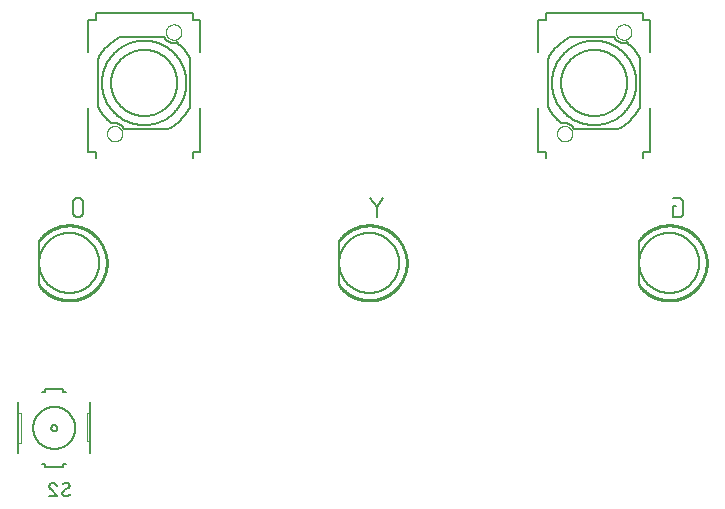
<source format=gbr>
G04 EAGLE Gerber RS-274X export*
G75*
%MOMM*%
%FSLAX34Y34*%
%LPD*%
%INSilkscreen Bottom*%
%IPPOS*%
%AMOC8*
5,1,8,0,0,1.08239X$1,22.5*%
G01*
%ADD10C,0.152400*%
%ADD11C,0.203200*%
%ADD12C,0.254000*%
%ADD13C,0.101600*%
%ADD14C,0.050800*%
%ADD15C,0.127000*%


D10*
X602516Y263793D02*
X599807Y263793D01*
X599807Y254762D01*
X605226Y254762D01*
X605344Y254764D01*
X605462Y254770D01*
X605580Y254779D01*
X605697Y254793D01*
X605814Y254810D01*
X605931Y254831D01*
X606046Y254856D01*
X606161Y254885D01*
X606275Y254918D01*
X606387Y254954D01*
X606498Y254994D01*
X606608Y255037D01*
X606717Y255084D01*
X606824Y255134D01*
X606929Y255189D01*
X607032Y255246D01*
X607133Y255307D01*
X607233Y255371D01*
X607330Y255438D01*
X607425Y255508D01*
X607517Y255582D01*
X607608Y255658D01*
X607695Y255738D01*
X607780Y255820D01*
X607862Y255905D01*
X607942Y255992D01*
X608018Y256083D01*
X608092Y256175D01*
X608162Y256270D01*
X608229Y256367D01*
X608293Y256467D01*
X608354Y256568D01*
X608411Y256671D01*
X608466Y256776D01*
X608516Y256883D01*
X608563Y256992D01*
X608606Y257102D01*
X608646Y257213D01*
X608682Y257325D01*
X608715Y257439D01*
X608744Y257554D01*
X608769Y257669D01*
X608790Y257786D01*
X608807Y257903D01*
X608821Y258020D01*
X608830Y258138D01*
X608836Y258256D01*
X608838Y258374D01*
X608838Y267406D01*
X608836Y267524D01*
X608830Y267642D01*
X608821Y267760D01*
X608807Y267877D01*
X608790Y267994D01*
X608769Y268111D01*
X608744Y268226D01*
X608715Y268341D01*
X608682Y268455D01*
X608646Y268567D01*
X608606Y268678D01*
X608563Y268788D01*
X608516Y268897D01*
X608466Y269004D01*
X608411Y269109D01*
X608354Y269212D01*
X608293Y269313D01*
X608229Y269413D01*
X608162Y269510D01*
X608092Y269605D01*
X608018Y269697D01*
X607942Y269788D01*
X607862Y269875D01*
X607780Y269960D01*
X607695Y270042D01*
X607608Y270122D01*
X607517Y270198D01*
X607425Y270272D01*
X607330Y270342D01*
X607233Y270409D01*
X607133Y270473D01*
X607032Y270534D01*
X606929Y270591D01*
X606824Y270646D01*
X606717Y270696D01*
X606608Y270743D01*
X606498Y270786D01*
X606387Y270826D01*
X606275Y270862D01*
X606161Y270895D01*
X606046Y270924D01*
X605931Y270949D01*
X605814Y270970D01*
X605697Y270987D01*
X605580Y271001D01*
X605462Y271010D01*
X605344Y271016D01*
X605226Y271018D01*
X599807Y271018D01*
X354838Y271018D02*
X349419Y263342D01*
X344001Y271018D01*
X349419Y263342D02*
X349419Y254762D01*
X100838Y259278D02*
X100838Y266502D01*
X100836Y266635D01*
X100830Y266767D01*
X100820Y266899D01*
X100807Y267031D01*
X100789Y267163D01*
X100768Y267293D01*
X100743Y267424D01*
X100714Y267553D01*
X100681Y267681D01*
X100645Y267809D01*
X100605Y267935D01*
X100561Y268060D01*
X100513Y268184D01*
X100462Y268306D01*
X100407Y268427D01*
X100349Y268546D01*
X100287Y268664D01*
X100222Y268779D01*
X100153Y268893D01*
X100082Y269004D01*
X100006Y269113D01*
X99928Y269220D01*
X99847Y269325D01*
X99762Y269427D01*
X99675Y269527D01*
X99585Y269624D01*
X99492Y269719D01*
X99396Y269810D01*
X99298Y269899D01*
X99197Y269985D01*
X99093Y270068D01*
X98987Y270148D01*
X98879Y270224D01*
X98769Y270298D01*
X98656Y270368D01*
X98542Y270435D01*
X98425Y270498D01*
X98307Y270558D01*
X98187Y270615D01*
X98065Y270668D01*
X97942Y270717D01*
X97818Y270763D01*
X97692Y270805D01*
X97565Y270843D01*
X97437Y270878D01*
X97308Y270909D01*
X97179Y270936D01*
X97048Y270959D01*
X96917Y270979D01*
X96785Y270994D01*
X96653Y271006D01*
X96521Y271014D01*
X96388Y271018D01*
X96256Y271018D01*
X96123Y271014D01*
X95991Y271006D01*
X95859Y270994D01*
X95727Y270979D01*
X95596Y270959D01*
X95465Y270936D01*
X95336Y270909D01*
X95207Y270878D01*
X95079Y270843D01*
X94952Y270805D01*
X94826Y270763D01*
X94702Y270717D01*
X94579Y270668D01*
X94457Y270615D01*
X94337Y270558D01*
X94219Y270498D01*
X94102Y270435D01*
X93988Y270368D01*
X93875Y270298D01*
X93765Y270224D01*
X93657Y270148D01*
X93551Y270068D01*
X93447Y269985D01*
X93346Y269899D01*
X93248Y269810D01*
X93152Y269719D01*
X93059Y269624D01*
X92969Y269527D01*
X92882Y269427D01*
X92797Y269325D01*
X92716Y269220D01*
X92638Y269113D01*
X92562Y269004D01*
X92491Y268893D01*
X92422Y268779D01*
X92357Y268664D01*
X92295Y268546D01*
X92237Y268427D01*
X92182Y268306D01*
X92131Y268184D01*
X92083Y268060D01*
X92039Y267935D01*
X91999Y267809D01*
X91963Y267681D01*
X91930Y267553D01*
X91901Y267424D01*
X91876Y267293D01*
X91855Y267163D01*
X91837Y267031D01*
X91824Y266899D01*
X91814Y266767D01*
X91808Y266635D01*
X91806Y266502D01*
X91807Y266502D02*
X91807Y259278D01*
X91806Y259278D02*
X91808Y259145D01*
X91814Y259013D01*
X91824Y258881D01*
X91837Y258749D01*
X91855Y258617D01*
X91876Y258487D01*
X91901Y258356D01*
X91930Y258227D01*
X91963Y258099D01*
X91999Y257971D01*
X92039Y257845D01*
X92083Y257720D01*
X92131Y257596D01*
X92182Y257474D01*
X92237Y257353D01*
X92295Y257234D01*
X92357Y257116D01*
X92422Y257001D01*
X92491Y256887D01*
X92562Y256776D01*
X92638Y256667D01*
X92716Y256560D01*
X92797Y256455D01*
X92882Y256353D01*
X92969Y256253D01*
X93059Y256156D01*
X93152Y256061D01*
X93248Y255970D01*
X93346Y255881D01*
X93447Y255795D01*
X93551Y255712D01*
X93657Y255632D01*
X93765Y255556D01*
X93875Y255482D01*
X93988Y255412D01*
X94102Y255345D01*
X94219Y255282D01*
X94337Y255222D01*
X94457Y255165D01*
X94579Y255112D01*
X94702Y255063D01*
X94826Y255017D01*
X94952Y254975D01*
X95079Y254937D01*
X95207Y254902D01*
X95336Y254871D01*
X95465Y254844D01*
X95596Y254821D01*
X95727Y254801D01*
X95859Y254786D01*
X95991Y254774D01*
X96123Y254766D01*
X96256Y254762D01*
X96388Y254762D01*
X96521Y254766D01*
X96653Y254774D01*
X96785Y254786D01*
X96917Y254801D01*
X97048Y254821D01*
X97179Y254844D01*
X97308Y254871D01*
X97437Y254902D01*
X97565Y254937D01*
X97692Y254975D01*
X97818Y255017D01*
X97942Y255063D01*
X98065Y255112D01*
X98187Y255165D01*
X98307Y255222D01*
X98425Y255282D01*
X98542Y255345D01*
X98656Y255412D01*
X98769Y255482D01*
X98879Y255556D01*
X98987Y255632D01*
X99093Y255712D01*
X99197Y255795D01*
X99298Y255881D01*
X99396Y255970D01*
X99492Y256061D01*
X99585Y256156D01*
X99675Y256253D01*
X99762Y256353D01*
X99847Y256455D01*
X99928Y256560D01*
X100006Y256667D01*
X100082Y256776D01*
X100153Y256887D01*
X100222Y257001D01*
X100287Y257116D01*
X100349Y257234D01*
X100407Y257353D01*
X100462Y257474D01*
X100513Y257596D01*
X100561Y257720D01*
X100605Y257845D01*
X100645Y257971D01*
X100681Y258099D01*
X100714Y258227D01*
X100743Y258356D01*
X100768Y258487D01*
X100789Y258617D01*
X100807Y258749D01*
X100820Y258881D01*
X100830Y259013D01*
X100836Y259145D01*
X100838Y259278D01*
D11*
X63500Y234950D02*
X63500Y196850D01*
D12*
X63974Y196234D01*
X64463Y195629D01*
X64967Y195037D01*
X65485Y194457D01*
X66017Y193890D01*
X66563Y193336D01*
X67122Y192796D01*
X67695Y192270D01*
X68280Y191757D01*
X68877Y191260D01*
X69486Y190777D01*
X70107Y190309D01*
X70740Y189856D01*
X71383Y189419D01*
X72037Y188998D01*
X72701Y188594D01*
X73374Y188205D01*
X74057Y187833D01*
X74749Y187478D01*
X75449Y187140D01*
X76157Y186819D01*
X76873Y186516D01*
X77597Y186230D01*
X78326Y185962D01*
X79063Y185712D01*
X79805Y185481D01*
X80553Y185267D01*
X81305Y185072D01*
X82063Y184895D01*
X82824Y184737D01*
X83589Y184597D01*
X84357Y184477D01*
X85128Y184375D01*
X85901Y184292D01*
X86676Y184228D01*
X87452Y184183D01*
X88229Y184157D01*
X89007Y184150D01*
X89784Y184162D01*
X90561Y184193D01*
X91337Y184244D01*
X92112Y184313D01*
X92884Y184401D01*
X93654Y184508D01*
X94422Y184634D01*
X95186Y184778D01*
X95946Y184942D01*
X96702Y185124D01*
X97453Y185324D01*
X98200Y185542D01*
X98940Y185779D01*
X99675Y186034D01*
X100403Y186307D01*
X101124Y186598D01*
X101838Y186906D01*
X102544Y187231D01*
X103242Y187574D01*
X103932Y187934D01*
X104612Y188310D01*
X105283Y188703D01*
X105944Y189113D01*
X106595Y189538D01*
X107235Y189979D01*
X107864Y190436D01*
X108482Y190908D01*
X109088Y191395D01*
X109682Y191897D01*
X110264Y192413D01*
X110833Y192943D01*
X111388Y193487D01*
X111931Y194045D01*
X112459Y194615D01*
X112973Y195198D01*
X113473Y195794D01*
X113958Y196402D01*
X114428Y197021D01*
X114882Y197652D01*
X115321Y198294D01*
X115745Y198946D01*
X116152Y199609D01*
X116543Y200281D01*
X116917Y200963D01*
X117274Y201653D01*
X117614Y202352D01*
X117938Y203060D01*
X118243Y203774D01*
X118532Y204497D01*
X118802Y205226D01*
X119054Y205961D01*
X119289Y206703D01*
X119505Y207450D01*
X119703Y208202D01*
X119882Y208958D01*
X120043Y209719D01*
X120185Y210483D01*
X120308Y211251D01*
X120412Y212022D01*
X120498Y212795D01*
X120564Y213569D01*
X120612Y214345D01*
X120640Y215122D01*
X120650Y215900D01*
X120640Y216678D01*
X120612Y217455D01*
X120564Y218231D01*
X120498Y219005D01*
X120412Y219778D01*
X120308Y220549D01*
X120185Y221317D01*
X120043Y222081D01*
X119882Y222842D01*
X119703Y223598D01*
X119505Y224350D01*
X119289Y225097D01*
X119054Y225839D01*
X118802Y226574D01*
X118532Y227303D01*
X118243Y228026D01*
X117938Y228740D01*
X117614Y229448D01*
X117274Y230147D01*
X116917Y230837D01*
X116543Y231519D01*
X116152Y232191D01*
X115745Y232854D01*
X115321Y233506D01*
X114882Y234148D01*
X114428Y234779D01*
X113958Y235398D01*
X113473Y236006D01*
X112973Y236602D01*
X112459Y237185D01*
X111931Y237755D01*
X111388Y238313D01*
X110833Y238857D01*
X110264Y239387D01*
X109682Y239903D01*
X109088Y240405D01*
X108482Y240892D01*
X107864Y241364D01*
X107235Y241821D01*
X106595Y242262D01*
X105944Y242687D01*
X105283Y243097D01*
X104612Y243490D01*
X103932Y243866D01*
X103242Y244226D01*
X102544Y244569D01*
X101838Y244894D01*
X101124Y245202D01*
X100403Y245493D01*
X99675Y245766D01*
X98940Y246021D01*
X98200Y246258D01*
X97453Y246476D01*
X96702Y246676D01*
X95946Y246858D01*
X95186Y247022D01*
X94422Y247166D01*
X93654Y247292D01*
X92884Y247399D01*
X92112Y247487D01*
X91337Y247556D01*
X90561Y247607D01*
X89784Y247638D01*
X89007Y247650D01*
X88229Y247643D01*
X87452Y247617D01*
X86676Y247572D01*
X85901Y247508D01*
X85128Y247425D01*
X84357Y247323D01*
X83589Y247203D01*
X82824Y247063D01*
X82063Y246905D01*
X81305Y246728D01*
X80553Y246533D01*
X79805Y246319D01*
X79063Y246088D01*
X78326Y245838D01*
X77597Y245570D01*
X76873Y245284D01*
X76157Y244981D01*
X75449Y244660D01*
X74749Y244322D01*
X74057Y243967D01*
X73374Y243595D01*
X72701Y243206D01*
X72037Y242802D01*
X71383Y242381D01*
X70740Y241944D01*
X70107Y241491D01*
X69486Y241023D01*
X68877Y240540D01*
X68280Y240043D01*
X67695Y239530D01*
X67122Y239004D01*
X66563Y238464D01*
X66017Y237910D01*
X65485Y237343D01*
X64967Y236763D01*
X64463Y236171D01*
X63974Y235566D01*
X63500Y234950D01*
D10*
X63500Y215900D02*
X63508Y216523D01*
X63531Y217146D01*
X63569Y217769D01*
X63622Y218390D01*
X63691Y219009D01*
X63775Y219627D01*
X63874Y220242D01*
X63988Y220855D01*
X64117Y221465D01*
X64261Y222072D01*
X64420Y222675D01*
X64594Y223273D01*
X64782Y223868D01*
X64985Y224457D01*
X65202Y225041D01*
X65433Y225620D01*
X65679Y226193D01*
X65939Y226760D01*
X66212Y227320D01*
X66499Y227873D01*
X66800Y228420D01*
X67114Y228958D01*
X67441Y229489D01*
X67781Y230011D01*
X68133Y230526D01*
X68499Y231031D01*
X68876Y231527D01*
X69266Y232014D01*
X69667Y232491D01*
X70080Y232958D01*
X70504Y233414D01*
X70939Y233861D01*
X71386Y234296D01*
X71842Y234720D01*
X72309Y235133D01*
X72786Y235534D01*
X73273Y235924D01*
X73769Y236301D01*
X74274Y236667D01*
X74789Y237019D01*
X75311Y237359D01*
X75842Y237686D01*
X76380Y238000D01*
X76927Y238301D01*
X77480Y238588D01*
X78040Y238861D01*
X78607Y239121D01*
X79180Y239367D01*
X79759Y239598D01*
X80343Y239815D01*
X80932Y240018D01*
X81527Y240206D01*
X82125Y240380D01*
X82728Y240539D01*
X83335Y240683D01*
X83945Y240812D01*
X84558Y240926D01*
X85173Y241025D01*
X85791Y241109D01*
X86410Y241178D01*
X87031Y241231D01*
X87654Y241269D01*
X88277Y241292D01*
X88900Y241300D01*
X89523Y241292D01*
X90146Y241269D01*
X90769Y241231D01*
X91390Y241178D01*
X92009Y241109D01*
X92627Y241025D01*
X93242Y240926D01*
X93855Y240812D01*
X94465Y240683D01*
X95072Y240539D01*
X95675Y240380D01*
X96273Y240206D01*
X96868Y240018D01*
X97457Y239815D01*
X98041Y239598D01*
X98620Y239367D01*
X99193Y239121D01*
X99760Y238861D01*
X100320Y238588D01*
X100873Y238301D01*
X101420Y238000D01*
X101958Y237686D01*
X102489Y237359D01*
X103011Y237019D01*
X103526Y236667D01*
X104031Y236301D01*
X104527Y235924D01*
X105014Y235534D01*
X105491Y235133D01*
X105958Y234720D01*
X106414Y234296D01*
X106861Y233861D01*
X107296Y233414D01*
X107720Y232958D01*
X108133Y232491D01*
X108534Y232014D01*
X108924Y231527D01*
X109301Y231031D01*
X109667Y230526D01*
X110019Y230011D01*
X110359Y229489D01*
X110686Y228958D01*
X111000Y228420D01*
X111301Y227873D01*
X111588Y227320D01*
X111861Y226760D01*
X112121Y226193D01*
X112367Y225620D01*
X112598Y225041D01*
X112815Y224457D01*
X113018Y223868D01*
X113206Y223273D01*
X113380Y222675D01*
X113539Y222072D01*
X113683Y221465D01*
X113812Y220855D01*
X113926Y220242D01*
X114025Y219627D01*
X114109Y219009D01*
X114178Y218390D01*
X114231Y217769D01*
X114269Y217146D01*
X114292Y216523D01*
X114300Y215900D01*
X114292Y215277D01*
X114269Y214654D01*
X114231Y214031D01*
X114178Y213410D01*
X114109Y212791D01*
X114025Y212173D01*
X113926Y211558D01*
X113812Y210945D01*
X113683Y210335D01*
X113539Y209728D01*
X113380Y209125D01*
X113206Y208527D01*
X113018Y207932D01*
X112815Y207343D01*
X112598Y206759D01*
X112367Y206180D01*
X112121Y205607D01*
X111861Y205040D01*
X111588Y204480D01*
X111301Y203927D01*
X111000Y203380D01*
X110686Y202842D01*
X110359Y202311D01*
X110019Y201789D01*
X109667Y201274D01*
X109301Y200769D01*
X108924Y200273D01*
X108534Y199786D01*
X108133Y199309D01*
X107720Y198842D01*
X107296Y198386D01*
X106861Y197939D01*
X106414Y197504D01*
X105958Y197080D01*
X105491Y196667D01*
X105014Y196266D01*
X104527Y195876D01*
X104031Y195499D01*
X103526Y195133D01*
X103011Y194781D01*
X102489Y194441D01*
X101958Y194114D01*
X101420Y193800D01*
X100873Y193499D01*
X100320Y193212D01*
X99760Y192939D01*
X99193Y192679D01*
X98620Y192433D01*
X98041Y192202D01*
X97457Y191985D01*
X96868Y191782D01*
X96273Y191594D01*
X95675Y191420D01*
X95072Y191261D01*
X94465Y191117D01*
X93855Y190988D01*
X93242Y190874D01*
X92627Y190775D01*
X92009Y190691D01*
X91390Y190622D01*
X90769Y190569D01*
X90146Y190531D01*
X89523Y190508D01*
X88900Y190500D01*
X88277Y190508D01*
X87654Y190531D01*
X87031Y190569D01*
X86410Y190622D01*
X85791Y190691D01*
X85173Y190775D01*
X84558Y190874D01*
X83945Y190988D01*
X83335Y191117D01*
X82728Y191261D01*
X82125Y191420D01*
X81527Y191594D01*
X80932Y191782D01*
X80343Y191985D01*
X79759Y192202D01*
X79180Y192433D01*
X78607Y192679D01*
X78040Y192939D01*
X77480Y193212D01*
X76927Y193499D01*
X76380Y193800D01*
X75842Y194114D01*
X75311Y194441D01*
X74789Y194781D01*
X74274Y195133D01*
X73769Y195499D01*
X73273Y195876D01*
X72786Y196266D01*
X72309Y196667D01*
X71842Y197080D01*
X71386Y197504D01*
X70939Y197939D01*
X70504Y198386D01*
X70080Y198842D01*
X69667Y199309D01*
X69266Y199786D01*
X68876Y200273D01*
X68499Y200769D01*
X68133Y201274D01*
X67781Y201789D01*
X67441Y202311D01*
X67114Y202842D01*
X66800Y203380D01*
X66499Y203927D01*
X66212Y204480D01*
X65939Y205040D01*
X65679Y205607D01*
X65433Y206180D01*
X65202Y206759D01*
X64985Y207343D01*
X64782Y207932D01*
X64594Y208527D01*
X64420Y209125D01*
X64261Y209728D01*
X64117Y210335D01*
X63988Y210945D01*
X63874Y211558D01*
X63775Y212173D01*
X63691Y212791D01*
X63622Y213410D01*
X63569Y214031D01*
X63531Y214654D01*
X63508Y215277D01*
X63500Y215900D01*
D11*
X317500Y196850D02*
X317500Y234950D01*
D12*
X317974Y235566D01*
X318463Y236171D01*
X318967Y236763D01*
X319485Y237343D01*
X320017Y237910D01*
X320563Y238464D01*
X321122Y239004D01*
X321695Y239530D01*
X322280Y240043D01*
X322877Y240540D01*
X323486Y241023D01*
X324107Y241491D01*
X324740Y241944D01*
X325383Y242381D01*
X326037Y242802D01*
X326701Y243206D01*
X327374Y243595D01*
X328057Y243967D01*
X328749Y244322D01*
X329449Y244660D01*
X330157Y244981D01*
X330873Y245284D01*
X331597Y245570D01*
X332326Y245838D01*
X333063Y246088D01*
X333805Y246319D01*
X334553Y246533D01*
X335305Y246728D01*
X336063Y246905D01*
X336824Y247063D01*
X337589Y247203D01*
X338357Y247323D01*
X339128Y247425D01*
X339901Y247508D01*
X340676Y247572D01*
X341452Y247617D01*
X342229Y247643D01*
X343007Y247650D01*
X343784Y247638D01*
X344561Y247607D01*
X345337Y247556D01*
X346112Y247487D01*
X346884Y247399D01*
X347654Y247292D01*
X348422Y247166D01*
X349186Y247022D01*
X349946Y246858D01*
X350702Y246676D01*
X351453Y246476D01*
X352200Y246258D01*
X352940Y246021D01*
X353675Y245766D01*
X354403Y245493D01*
X355124Y245202D01*
X355838Y244894D01*
X356544Y244569D01*
X357242Y244226D01*
X357932Y243866D01*
X358612Y243490D01*
X359283Y243097D01*
X359944Y242687D01*
X360595Y242262D01*
X361235Y241821D01*
X361864Y241364D01*
X362482Y240892D01*
X363088Y240405D01*
X363682Y239903D01*
X364264Y239387D01*
X364833Y238857D01*
X365388Y238313D01*
X365931Y237755D01*
X366459Y237185D01*
X366973Y236602D01*
X367473Y236006D01*
X367958Y235398D01*
X368428Y234779D01*
X368882Y234148D01*
X369321Y233506D01*
X369745Y232854D01*
X370152Y232191D01*
X370543Y231519D01*
X370917Y230837D01*
X371274Y230147D01*
X371614Y229448D01*
X371938Y228740D01*
X372243Y228026D01*
X372532Y227303D01*
X372802Y226574D01*
X373054Y225839D01*
X373289Y225097D01*
X373505Y224350D01*
X373703Y223598D01*
X373882Y222842D01*
X374043Y222081D01*
X374185Y221317D01*
X374308Y220549D01*
X374412Y219778D01*
X374498Y219005D01*
X374564Y218231D01*
X374612Y217455D01*
X374640Y216678D01*
X374650Y215900D01*
X374640Y215122D01*
X374612Y214345D01*
X374564Y213569D01*
X374498Y212795D01*
X374412Y212022D01*
X374308Y211251D01*
X374185Y210483D01*
X374043Y209719D01*
X373882Y208958D01*
X373703Y208202D01*
X373505Y207450D01*
X373289Y206703D01*
X373054Y205961D01*
X372802Y205226D01*
X372532Y204497D01*
X372243Y203774D01*
X371938Y203060D01*
X371614Y202352D01*
X371274Y201653D01*
X370917Y200963D01*
X370543Y200281D01*
X370152Y199609D01*
X369745Y198946D01*
X369321Y198294D01*
X368882Y197652D01*
X368428Y197021D01*
X367958Y196402D01*
X367473Y195794D01*
X366973Y195198D01*
X366459Y194615D01*
X365931Y194045D01*
X365388Y193487D01*
X364833Y192943D01*
X364264Y192413D01*
X363682Y191897D01*
X363088Y191395D01*
X362482Y190908D01*
X361864Y190436D01*
X361235Y189979D01*
X360595Y189538D01*
X359944Y189113D01*
X359283Y188703D01*
X358612Y188310D01*
X357932Y187934D01*
X357242Y187574D01*
X356544Y187231D01*
X355838Y186906D01*
X355124Y186598D01*
X354403Y186307D01*
X353675Y186034D01*
X352940Y185779D01*
X352200Y185542D01*
X351453Y185324D01*
X350702Y185124D01*
X349946Y184942D01*
X349186Y184778D01*
X348422Y184634D01*
X347654Y184508D01*
X346884Y184401D01*
X346112Y184313D01*
X345337Y184244D01*
X344561Y184193D01*
X343784Y184162D01*
X343007Y184150D01*
X342229Y184157D01*
X341452Y184183D01*
X340676Y184228D01*
X339901Y184292D01*
X339128Y184375D01*
X338357Y184477D01*
X337589Y184597D01*
X336824Y184737D01*
X336063Y184895D01*
X335305Y185072D01*
X334553Y185267D01*
X333805Y185481D01*
X333063Y185712D01*
X332326Y185962D01*
X331597Y186230D01*
X330873Y186516D01*
X330157Y186819D01*
X329449Y187140D01*
X328749Y187478D01*
X328057Y187833D01*
X327374Y188205D01*
X326701Y188594D01*
X326037Y188998D01*
X325383Y189419D01*
X324740Y189856D01*
X324107Y190309D01*
X323486Y190777D01*
X322877Y191260D01*
X322280Y191757D01*
X321695Y192270D01*
X321122Y192796D01*
X320563Y193336D01*
X320017Y193890D01*
X319485Y194457D01*
X318967Y195037D01*
X318463Y195629D01*
X317974Y196234D01*
X317500Y196850D01*
D10*
X317500Y215900D02*
X317508Y216523D01*
X317531Y217146D01*
X317569Y217769D01*
X317622Y218390D01*
X317691Y219009D01*
X317775Y219627D01*
X317874Y220242D01*
X317988Y220855D01*
X318117Y221465D01*
X318261Y222072D01*
X318420Y222675D01*
X318594Y223273D01*
X318782Y223868D01*
X318985Y224457D01*
X319202Y225041D01*
X319433Y225620D01*
X319679Y226193D01*
X319939Y226760D01*
X320212Y227320D01*
X320499Y227873D01*
X320800Y228420D01*
X321114Y228958D01*
X321441Y229489D01*
X321781Y230011D01*
X322133Y230526D01*
X322499Y231031D01*
X322876Y231527D01*
X323266Y232014D01*
X323667Y232491D01*
X324080Y232958D01*
X324504Y233414D01*
X324939Y233861D01*
X325386Y234296D01*
X325842Y234720D01*
X326309Y235133D01*
X326786Y235534D01*
X327273Y235924D01*
X327769Y236301D01*
X328274Y236667D01*
X328789Y237019D01*
X329311Y237359D01*
X329842Y237686D01*
X330380Y238000D01*
X330927Y238301D01*
X331480Y238588D01*
X332040Y238861D01*
X332607Y239121D01*
X333180Y239367D01*
X333759Y239598D01*
X334343Y239815D01*
X334932Y240018D01*
X335527Y240206D01*
X336125Y240380D01*
X336728Y240539D01*
X337335Y240683D01*
X337945Y240812D01*
X338558Y240926D01*
X339173Y241025D01*
X339791Y241109D01*
X340410Y241178D01*
X341031Y241231D01*
X341654Y241269D01*
X342277Y241292D01*
X342900Y241300D01*
X343523Y241292D01*
X344146Y241269D01*
X344769Y241231D01*
X345390Y241178D01*
X346009Y241109D01*
X346627Y241025D01*
X347242Y240926D01*
X347855Y240812D01*
X348465Y240683D01*
X349072Y240539D01*
X349675Y240380D01*
X350273Y240206D01*
X350868Y240018D01*
X351457Y239815D01*
X352041Y239598D01*
X352620Y239367D01*
X353193Y239121D01*
X353760Y238861D01*
X354320Y238588D01*
X354873Y238301D01*
X355420Y238000D01*
X355958Y237686D01*
X356489Y237359D01*
X357011Y237019D01*
X357526Y236667D01*
X358031Y236301D01*
X358527Y235924D01*
X359014Y235534D01*
X359491Y235133D01*
X359958Y234720D01*
X360414Y234296D01*
X360861Y233861D01*
X361296Y233414D01*
X361720Y232958D01*
X362133Y232491D01*
X362534Y232014D01*
X362924Y231527D01*
X363301Y231031D01*
X363667Y230526D01*
X364019Y230011D01*
X364359Y229489D01*
X364686Y228958D01*
X365000Y228420D01*
X365301Y227873D01*
X365588Y227320D01*
X365861Y226760D01*
X366121Y226193D01*
X366367Y225620D01*
X366598Y225041D01*
X366815Y224457D01*
X367018Y223868D01*
X367206Y223273D01*
X367380Y222675D01*
X367539Y222072D01*
X367683Y221465D01*
X367812Y220855D01*
X367926Y220242D01*
X368025Y219627D01*
X368109Y219009D01*
X368178Y218390D01*
X368231Y217769D01*
X368269Y217146D01*
X368292Y216523D01*
X368300Y215900D01*
X368292Y215277D01*
X368269Y214654D01*
X368231Y214031D01*
X368178Y213410D01*
X368109Y212791D01*
X368025Y212173D01*
X367926Y211558D01*
X367812Y210945D01*
X367683Y210335D01*
X367539Y209728D01*
X367380Y209125D01*
X367206Y208527D01*
X367018Y207932D01*
X366815Y207343D01*
X366598Y206759D01*
X366367Y206180D01*
X366121Y205607D01*
X365861Y205040D01*
X365588Y204480D01*
X365301Y203927D01*
X365000Y203380D01*
X364686Y202842D01*
X364359Y202311D01*
X364019Y201789D01*
X363667Y201274D01*
X363301Y200769D01*
X362924Y200273D01*
X362534Y199786D01*
X362133Y199309D01*
X361720Y198842D01*
X361296Y198386D01*
X360861Y197939D01*
X360414Y197504D01*
X359958Y197080D01*
X359491Y196667D01*
X359014Y196266D01*
X358527Y195876D01*
X358031Y195499D01*
X357526Y195133D01*
X357011Y194781D01*
X356489Y194441D01*
X355958Y194114D01*
X355420Y193800D01*
X354873Y193499D01*
X354320Y193212D01*
X353760Y192939D01*
X353193Y192679D01*
X352620Y192433D01*
X352041Y192202D01*
X351457Y191985D01*
X350868Y191782D01*
X350273Y191594D01*
X349675Y191420D01*
X349072Y191261D01*
X348465Y191117D01*
X347855Y190988D01*
X347242Y190874D01*
X346627Y190775D01*
X346009Y190691D01*
X345390Y190622D01*
X344769Y190569D01*
X344146Y190531D01*
X343523Y190508D01*
X342900Y190500D01*
X342277Y190508D01*
X341654Y190531D01*
X341031Y190569D01*
X340410Y190622D01*
X339791Y190691D01*
X339173Y190775D01*
X338558Y190874D01*
X337945Y190988D01*
X337335Y191117D01*
X336728Y191261D01*
X336125Y191420D01*
X335527Y191594D01*
X334932Y191782D01*
X334343Y191985D01*
X333759Y192202D01*
X333180Y192433D01*
X332607Y192679D01*
X332040Y192939D01*
X331480Y193212D01*
X330927Y193499D01*
X330380Y193800D01*
X329842Y194114D01*
X329311Y194441D01*
X328789Y194781D01*
X328274Y195133D01*
X327769Y195499D01*
X327273Y195876D01*
X326786Y196266D01*
X326309Y196667D01*
X325842Y197080D01*
X325386Y197504D01*
X324939Y197939D01*
X324504Y198386D01*
X324080Y198842D01*
X323667Y199309D01*
X323266Y199786D01*
X322876Y200273D01*
X322499Y200769D01*
X322133Y201274D01*
X321781Y201789D01*
X321441Y202311D01*
X321114Y202842D01*
X320800Y203380D01*
X320499Y203927D01*
X320212Y204480D01*
X319939Y205040D01*
X319679Y205607D01*
X319433Y206180D01*
X319202Y206759D01*
X318985Y207343D01*
X318782Y207932D01*
X318594Y208527D01*
X318420Y209125D01*
X318261Y209728D01*
X318117Y210335D01*
X317988Y210945D01*
X317874Y211558D01*
X317775Y212173D01*
X317691Y212791D01*
X317622Y213410D01*
X317569Y214031D01*
X317531Y214654D01*
X317508Y215277D01*
X317500Y215900D01*
D11*
X571500Y196850D02*
X571500Y234950D01*
D12*
X571974Y235566D01*
X572463Y236171D01*
X572967Y236763D01*
X573485Y237343D01*
X574017Y237910D01*
X574563Y238464D01*
X575122Y239004D01*
X575695Y239530D01*
X576280Y240043D01*
X576877Y240540D01*
X577486Y241023D01*
X578107Y241491D01*
X578740Y241944D01*
X579383Y242381D01*
X580037Y242802D01*
X580701Y243206D01*
X581374Y243595D01*
X582057Y243967D01*
X582749Y244322D01*
X583449Y244660D01*
X584157Y244981D01*
X584873Y245284D01*
X585597Y245570D01*
X586326Y245838D01*
X587063Y246088D01*
X587805Y246319D01*
X588553Y246533D01*
X589305Y246728D01*
X590063Y246905D01*
X590824Y247063D01*
X591589Y247203D01*
X592357Y247323D01*
X593128Y247425D01*
X593901Y247508D01*
X594676Y247572D01*
X595452Y247617D01*
X596229Y247643D01*
X597007Y247650D01*
X597784Y247638D01*
X598561Y247607D01*
X599337Y247556D01*
X600112Y247487D01*
X600884Y247399D01*
X601654Y247292D01*
X602422Y247166D01*
X603186Y247022D01*
X603946Y246858D01*
X604702Y246676D01*
X605453Y246476D01*
X606200Y246258D01*
X606940Y246021D01*
X607675Y245766D01*
X608403Y245493D01*
X609124Y245202D01*
X609838Y244894D01*
X610544Y244569D01*
X611242Y244226D01*
X611932Y243866D01*
X612612Y243490D01*
X613283Y243097D01*
X613944Y242687D01*
X614595Y242262D01*
X615235Y241821D01*
X615864Y241364D01*
X616482Y240892D01*
X617088Y240405D01*
X617682Y239903D01*
X618264Y239387D01*
X618833Y238857D01*
X619388Y238313D01*
X619931Y237755D01*
X620459Y237185D01*
X620973Y236602D01*
X621473Y236006D01*
X621958Y235398D01*
X622428Y234779D01*
X622882Y234148D01*
X623321Y233506D01*
X623745Y232854D01*
X624152Y232191D01*
X624543Y231519D01*
X624917Y230837D01*
X625274Y230147D01*
X625614Y229448D01*
X625938Y228740D01*
X626243Y228026D01*
X626532Y227303D01*
X626802Y226574D01*
X627054Y225839D01*
X627289Y225097D01*
X627505Y224350D01*
X627703Y223598D01*
X627882Y222842D01*
X628043Y222081D01*
X628185Y221317D01*
X628308Y220549D01*
X628412Y219778D01*
X628498Y219005D01*
X628564Y218231D01*
X628612Y217455D01*
X628640Y216678D01*
X628650Y215900D01*
X628640Y215122D01*
X628612Y214345D01*
X628564Y213569D01*
X628498Y212795D01*
X628412Y212022D01*
X628308Y211251D01*
X628185Y210483D01*
X628043Y209719D01*
X627882Y208958D01*
X627703Y208202D01*
X627505Y207450D01*
X627289Y206703D01*
X627054Y205961D01*
X626802Y205226D01*
X626532Y204497D01*
X626243Y203774D01*
X625938Y203060D01*
X625614Y202352D01*
X625274Y201653D01*
X624917Y200963D01*
X624543Y200281D01*
X624152Y199609D01*
X623745Y198946D01*
X623321Y198294D01*
X622882Y197652D01*
X622428Y197021D01*
X621958Y196402D01*
X621473Y195794D01*
X620973Y195198D01*
X620459Y194615D01*
X619931Y194045D01*
X619388Y193487D01*
X618833Y192943D01*
X618264Y192413D01*
X617682Y191897D01*
X617088Y191395D01*
X616482Y190908D01*
X615864Y190436D01*
X615235Y189979D01*
X614595Y189538D01*
X613944Y189113D01*
X613283Y188703D01*
X612612Y188310D01*
X611932Y187934D01*
X611242Y187574D01*
X610544Y187231D01*
X609838Y186906D01*
X609124Y186598D01*
X608403Y186307D01*
X607675Y186034D01*
X606940Y185779D01*
X606200Y185542D01*
X605453Y185324D01*
X604702Y185124D01*
X603946Y184942D01*
X603186Y184778D01*
X602422Y184634D01*
X601654Y184508D01*
X600884Y184401D01*
X600112Y184313D01*
X599337Y184244D01*
X598561Y184193D01*
X597784Y184162D01*
X597007Y184150D01*
X596229Y184157D01*
X595452Y184183D01*
X594676Y184228D01*
X593901Y184292D01*
X593128Y184375D01*
X592357Y184477D01*
X591589Y184597D01*
X590824Y184737D01*
X590063Y184895D01*
X589305Y185072D01*
X588553Y185267D01*
X587805Y185481D01*
X587063Y185712D01*
X586326Y185962D01*
X585597Y186230D01*
X584873Y186516D01*
X584157Y186819D01*
X583449Y187140D01*
X582749Y187478D01*
X582057Y187833D01*
X581374Y188205D01*
X580701Y188594D01*
X580037Y188998D01*
X579383Y189419D01*
X578740Y189856D01*
X578107Y190309D01*
X577486Y190777D01*
X576877Y191260D01*
X576280Y191757D01*
X575695Y192270D01*
X575122Y192796D01*
X574563Y193336D01*
X574017Y193890D01*
X573485Y194457D01*
X572967Y195037D01*
X572463Y195629D01*
X571974Y196234D01*
X571500Y196850D01*
D10*
X571500Y215900D02*
X571508Y216523D01*
X571531Y217146D01*
X571569Y217769D01*
X571622Y218390D01*
X571691Y219009D01*
X571775Y219627D01*
X571874Y220242D01*
X571988Y220855D01*
X572117Y221465D01*
X572261Y222072D01*
X572420Y222675D01*
X572594Y223273D01*
X572782Y223868D01*
X572985Y224457D01*
X573202Y225041D01*
X573433Y225620D01*
X573679Y226193D01*
X573939Y226760D01*
X574212Y227320D01*
X574499Y227873D01*
X574800Y228420D01*
X575114Y228958D01*
X575441Y229489D01*
X575781Y230011D01*
X576133Y230526D01*
X576499Y231031D01*
X576876Y231527D01*
X577266Y232014D01*
X577667Y232491D01*
X578080Y232958D01*
X578504Y233414D01*
X578939Y233861D01*
X579386Y234296D01*
X579842Y234720D01*
X580309Y235133D01*
X580786Y235534D01*
X581273Y235924D01*
X581769Y236301D01*
X582274Y236667D01*
X582789Y237019D01*
X583311Y237359D01*
X583842Y237686D01*
X584380Y238000D01*
X584927Y238301D01*
X585480Y238588D01*
X586040Y238861D01*
X586607Y239121D01*
X587180Y239367D01*
X587759Y239598D01*
X588343Y239815D01*
X588932Y240018D01*
X589527Y240206D01*
X590125Y240380D01*
X590728Y240539D01*
X591335Y240683D01*
X591945Y240812D01*
X592558Y240926D01*
X593173Y241025D01*
X593791Y241109D01*
X594410Y241178D01*
X595031Y241231D01*
X595654Y241269D01*
X596277Y241292D01*
X596900Y241300D01*
X597523Y241292D01*
X598146Y241269D01*
X598769Y241231D01*
X599390Y241178D01*
X600009Y241109D01*
X600627Y241025D01*
X601242Y240926D01*
X601855Y240812D01*
X602465Y240683D01*
X603072Y240539D01*
X603675Y240380D01*
X604273Y240206D01*
X604868Y240018D01*
X605457Y239815D01*
X606041Y239598D01*
X606620Y239367D01*
X607193Y239121D01*
X607760Y238861D01*
X608320Y238588D01*
X608873Y238301D01*
X609420Y238000D01*
X609958Y237686D01*
X610489Y237359D01*
X611011Y237019D01*
X611526Y236667D01*
X612031Y236301D01*
X612527Y235924D01*
X613014Y235534D01*
X613491Y235133D01*
X613958Y234720D01*
X614414Y234296D01*
X614861Y233861D01*
X615296Y233414D01*
X615720Y232958D01*
X616133Y232491D01*
X616534Y232014D01*
X616924Y231527D01*
X617301Y231031D01*
X617667Y230526D01*
X618019Y230011D01*
X618359Y229489D01*
X618686Y228958D01*
X619000Y228420D01*
X619301Y227873D01*
X619588Y227320D01*
X619861Y226760D01*
X620121Y226193D01*
X620367Y225620D01*
X620598Y225041D01*
X620815Y224457D01*
X621018Y223868D01*
X621206Y223273D01*
X621380Y222675D01*
X621539Y222072D01*
X621683Y221465D01*
X621812Y220855D01*
X621926Y220242D01*
X622025Y219627D01*
X622109Y219009D01*
X622178Y218390D01*
X622231Y217769D01*
X622269Y217146D01*
X622292Y216523D01*
X622300Y215900D01*
X622292Y215277D01*
X622269Y214654D01*
X622231Y214031D01*
X622178Y213410D01*
X622109Y212791D01*
X622025Y212173D01*
X621926Y211558D01*
X621812Y210945D01*
X621683Y210335D01*
X621539Y209728D01*
X621380Y209125D01*
X621206Y208527D01*
X621018Y207932D01*
X620815Y207343D01*
X620598Y206759D01*
X620367Y206180D01*
X620121Y205607D01*
X619861Y205040D01*
X619588Y204480D01*
X619301Y203927D01*
X619000Y203380D01*
X618686Y202842D01*
X618359Y202311D01*
X618019Y201789D01*
X617667Y201274D01*
X617301Y200769D01*
X616924Y200273D01*
X616534Y199786D01*
X616133Y199309D01*
X615720Y198842D01*
X615296Y198386D01*
X614861Y197939D01*
X614414Y197504D01*
X613958Y197080D01*
X613491Y196667D01*
X613014Y196266D01*
X612527Y195876D01*
X612031Y195499D01*
X611526Y195133D01*
X611011Y194781D01*
X610489Y194441D01*
X609958Y194114D01*
X609420Y193800D01*
X608873Y193499D01*
X608320Y193212D01*
X607760Y192939D01*
X607193Y192679D01*
X606620Y192433D01*
X606041Y192202D01*
X605457Y191985D01*
X604868Y191782D01*
X604273Y191594D01*
X603675Y191420D01*
X603072Y191261D01*
X602465Y191117D01*
X601855Y190988D01*
X601242Y190874D01*
X600627Y190775D01*
X600009Y190691D01*
X599390Y190622D01*
X598769Y190569D01*
X598146Y190531D01*
X597523Y190508D01*
X596900Y190500D01*
X596277Y190508D01*
X595654Y190531D01*
X595031Y190569D01*
X594410Y190622D01*
X593791Y190691D01*
X593173Y190775D01*
X592558Y190874D01*
X591945Y190988D01*
X591335Y191117D01*
X590728Y191261D01*
X590125Y191420D01*
X589527Y191594D01*
X588932Y191782D01*
X588343Y191985D01*
X587759Y192202D01*
X587180Y192433D01*
X586607Y192679D01*
X586040Y192939D01*
X585480Y193212D01*
X584927Y193499D01*
X584380Y193800D01*
X583842Y194114D01*
X583311Y194441D01*
X582789Y194781D01*
X582274Y195133D01*
X581769Y195499D01*
X581273Y195876D01*
X580786Y196266D01*
X580309Y196667D01*
X579842Y197080D01*
X579386Y197504D01*
X578939Y197939D01*
X578504Y198386D01*
X578080Y198842D01*
X577667Y199309D01*
X577266Y199786D01*
X576876Y200273D01*
X576499Y200769D01*
X576133Y201274D01*
X575781Y201789D01*
X575441Y202311D01*
X575114Y202842D01*
X574800Y203380D01*
X574499Y203927D01*
X574212Y204480D01*
X573939Y205040D01*
X573679Y205607D01*
X573433Y206180D01*
X573202Y206759D01*
X572985Y207343D01*
X572782Y207932D01*
X572594Y208527D01*
X572420Y209125D01*
X572261Y209728D01*
X572117Y210335D01*
X571988Y210945D01*
X571874Y211558D01*
X571775Y212173D01*
X571691Y212791D01*
X571622Y213410D01*
X571569Y214031D01*
X571531Y214654D01*
X571508Y215277D01*
X571500Y215900D01*
D11*
X574400Y427300D02*
X492400Y427300D01*
X574400Y421800D02*
X580900Y421800D01*
X574400Y421800D02*
X574400Y427300D01*
X574400Y309800D02*
X574400Y304300D01*
X574400Y309800D02*
X580900Y309800D01*
X492400Y309800D02*
X485900Y309800D01*
X492400Y309800D02*
X492400Y304300D01*
X492400Y421800D02*
X492400Y427300D01*
X492400Y421800D02*
X485900Y421800D01*
X580900Y421800D02*
X580900Y394800D01*
X580900Y346800D02*
X580900Y309800D01*
X485900Y394800D02*
X485900Y421800D01*
X485900Y346800D02*
X485900Y309800D01*
X572400Y388800D02*
X571958Y389642D01*
X571495Y390474D01*
X571013Y391294D01*
X570512Y392102D01*
X569992Y392899D01*
X569453Y393683D01*
X568896Y394454D01*
X568320Y395212D01*
X567728Y395956D01*
X567117Y396686D01*
X566490Y397401D01*
X565846Y398101D01*
X565185Y398786D01*
X564509Y399455D01*
X563817Y400108D01*
X563109Y400744D01*
X562387Y401363D01*
X561651Y401966D01*
X560900Y402550D01*
X512900Y407300D02*
X511965Y406795D01*
X511043Y406267D01*
X510134Y405716D01*
X509239Y405145D01*
X508357Y404551D01*
X507491Y403937D01*
X506639Y403302D01*
X505803Y402646D01*
X504982Y401971D01*
X504179Y401276D01*
X503392Y400561D01*
X502623Y399829D01*
X501871Y399077D01*
X501139Y398308D01*
X500424Y397521D01*
X499729Y396718D01*
X499054Y395897D01*
X498398Y395061D01*
X497763Y394209D01*
X497149Y393343D01*
X496555Y392461D01*
X495984Y391566D01*
X495433Y390657D01*
X494905Y389735D01*
X494400Y388800D01*
X512900Y407300D02*
X550400Y407300D01*
X572400Y388800D02*
X572400Y347800D01*
X560900Y402550D02*
X560688Y402493D01*
X560474Y402441D01*
X560259Y402395D01*
X560044Y402354D01*
X559827Y402318D01*
X559609Y402288D01*
X559391Y402263D01*
X559173Y402243D01*
X558953Y402229D01*
X558734Y402220D01*
X558514Y402216D01*
X558295Y402218D01*
X558075Y402225D01*
X557856Y402238D01*
X557637Y402255D01*
X557419Y402279D01*
X557201Y402307D01*
X556984Y402341D01*
X556768Y402381D01*
X556553Y402425D01*
X556339Y402475D01*
X556126Y402530D01*
X555915Y402590D01*
X555705Y402655D01*
X555497Y402726D01*
X555291Y402802D01*
X555087Y402882D01*
X554885Y402968D01*
X554685Y403058D01*
X554487Y403154D01*
X554291Y403254D01*
X554098Y403359D01*
X553908Y403469D01*
X553721Y403583D01*
X553536Y403702D01*
X553354Y403825D01*
X553176Y403953D01*
X553000Y404085D01*
X552828Y404221D01*
X552659Y404362D01*
X552494Y404507D01*
X552332Y404655D01*
X552174Y404808D01*
X552020Y404964D01*
X551870Y405124D01*
X551724Y405288D01*
X551581Y405455D01*
X551443Y405626D01*
X551309Y405800D01*
X551180Y405977D01*
X551055Y406158D01*
X550934Y406341D01*
X550818Y406528D01*
X550706Y406717D01*
X550599Y406909D01*
X550497Y407103D01*
X550399Y407300D01*
X494400Y347800D02*
X494842Y346958D01*
X495305Y346126D01*
X495787Y345306D01*
X496288Y344498D01*
X496808Y343701D01*
X497347Y342917D01*
X497904Y342146D01*
X498480Y341388D01*
X499072Y340644D01*
X499683Y339914D01*
X500310Y339199D01*
X500954Y338499D01*
X501615Y337814D01*
X502291Y337145D01*
X502983Y336492D01*
X503691Y335856D01*
X504413Y335237D01*
X505149Y334634D01*
X505900Y334050D01*
X553900Y329300D02*
X554835Y329805D01*
X555757Y330333D01*
X556666Y330884D01*
X557561Y331455D01*
X558443Y332049D01*
X559309Y332663D01*
X560161Y333298D01*
X560997Y333954D01*
X561818Y334629D01*
X562621Y335324D01*
X563408Y336039D01*
X564177Y336771D01*
X564929Y337523D01*
X565661Y338292D01*
X566376Y339079D01*
X567071Y339882D01*
X567746Y340703D01*
X568402Y341539D01*
X569037Y342391D01*
X569651Y343257D01*
X570245Y344139D01*
X570816Y345034D01*
X571367Y345943D01*
X571895Y346865D01*
X572400Y347800D01*
X553900Y329300D02*
X516400Y329300D01*
X494400Y347800D02*
X494400Y388800D01*
X505900Y334050D02*
X506112Y334107D01*
X506326Y334159D01*
X506541Y334205D01*
X506756Y334246D01*
X506973Y334282D01*
X507191Y334312D01*
X507409Y334337D01*
X507627Y334357D01*
X507847Y334371D01*
X508066Y334380D01*
X508286Y334384D01*
X508505Y334382D01*
X508725Y334375D01*
X508944Y334362D01*
X509163Y334345D01*
X509381Y334321D01*
X509599Y334293D01*
X509816Y334259D01*
X510032Y334219D01*
X510247Y334175D01*
X510461Y334125D01*
X510674Y334070D01*
X510885Y334010D01*
X511095Y333945D01*
X511303Y333874D01*
X511509Y333798D01*
X511713Y333718D01*
X511915Y333632D01*
X512115Y333542D01*
X512313Y333446D01*
X512509Y333346D01*
X512702Y333241D01*
X512892Y333131D01*
X513079Y333017D01*
X513264Y332898D01*
X513446Y332775D01*
X513624Y332647D01*
X513800Y332515D01*
X513972Y332379D01*
X514141Y332238D01*
X514306Y332093D01*
X514468Y331945D01*
X514626Y331792D01*
X514780Y331636D01*
X514930Y331476D01*
X515076Y331312D01*
X515219Y331145D01*
X515357Y330974D01*
X515491Y330800D01*
X515620Y330623D01*
X515745Y330442D01*
X515866Y330259D01*
X515982Y330072D01*
X516094Y329883D01*
X516201Y329691D01*
X516303Y329497D01*
X516401Y329300D01*
D13*
X551900Y411300D02*
X551902Y411461D01*
X551908Y411621D01*
X551918Y411782D01*
X551932Y411942D01*
X551950Y412102D01*
X551971Y412261D01*
X551997Y412420D01*
X552027Y412578D01*
X552060Y412735D01*
X552098Y412892D01*
X552139Y413047D01*
X552184Y413201D01*
X552233Y413354D01*
X552286Y413506D01*
X552342Y413657D01*
X552403Y413806D01*
X552466Y413954D01*
X552534Y414100D01*
X552605Y414244D01*
X552679Y414386D01*
X552757Y414527D01*
X552839Y414665D01*
X552924Y414802D01*
X553012Y414936D01*
X553104Y415068D01*
X553199Y415198D01*
X553297Y415326D01*
X553398Y415451D01*
X553502Y415573D01*
X553609Y415693D01*
X553719Y415810D01*
X553832Y415925D01*
X553948Y416036D01*
X554067Y416145D01*
X554188Y416250D01*
X554312Y416353D01*
X554438Y416453D01*
X554566Y416549D01*
X554697Y416642D01*
X554831Y416732D01*
X554966Y416819D01*
X555104Y416902D01*
X555243Y416982D01*
X555385Y417058D01*
X555528Y417131D01*
X555673Y417200D01*
X555820Y417266D01*
X555968Y417328D01*
X556118Y417386D01*
X556269Y417441D01*
X556422Y417492D01*
X556576Y417539D01*
X556731Y417582D01*
X556887Y417621D01*
X557043Y417657D01*
X557201Y417688D01*
X557359Y417716D01*
X557518Y417740D01*
X557678Y417760D01*
X557838Y417776D01*
X557998Y417788D01*
X558159Y417796D01*
X558320Y417800D01*
X558480Y417800D01*
X558641Y417796D01*
X558802Y417788D01*
X558962Y417776D01*
X559122Y417760D01*
X559282Y417740D01*
X559441Y417716D01*
X559599Y417688D01*
X559757Y417657D01*
X559913Y417621D01*
X560069Y417582D01*
X560224Y417539D01*
X560378Y417492D01*
X560531Y417441D01*
X560682Y417386D01*
X560832Y417328D01*
X560980Y417266D01*
X561127Y417200D01*
X561272Y417131D01*
X561415Y417058D01*
X561557Y416982D01*
X561696Y416902D01*
X561834Y416819D01*
X561969Y416732D01*
X562103Y416642D01*
X562234Y416549D01*
X562362Y416453D01*
X562488Y416353D01*
X562612Y416250D01*
X562733Y416145D01*
X562852Y416036D01*
X562968Y415925D01*
X563081Y415810D01*
X563191Y415693D01*
X563298Y415573D01*
X563402Y415451D01*
X563503Y415326D01*
X563601Y415198D01*
X563696Y415068D01*
X563788Y414936D01*
X563876Y414802D01*
X563961Y414665D01*
X564043Y414527D01*
X564121Y414386D01*
X564195Y414244D01*
X564266Y414100D01*
X564334Y413954D01*
X564397Y413806D01*
X564458Y413657D01*
X564514Y413506D01*
X564567Y413354D01*
X564616Y413201D01*
X564661Y413047D01*
X564702Y412892D01*
X564740Y412735D01*
X564773Y412578D01*
X564803Y412420D01*
X564829Y412261D01*
X564850Y412102D01*
X564868Y411942D01*
X564882Y411782D01*
X564892Y411621D01*
X564898Y411461D01*
X564900Y411300D01*
X564898Y411139D01*
X564892Y410979D01*
X564882Y410818D01*
X564868Y410658D01*
X564850Y410498D01*
X564829Y410339D01*
X564803Y410180D01*
X564773Y410022D01*
X564740Y409865D01*
X564702Y409708D01*
X564661Y409553D01*
X564616Y409399D01*
X564567Y409246D01*
X564514Y409094D01*
X564458Y408943D01*
X564397Y408794D01*
X564334Y408646D01*
X564266Y408500D01*
X564195Y408356D01*
X564121Y408214D01*
X564043Y408073D01*
X563961Y407935D01*
X563876Y407798D01*
X563788Y407664D01*
X563696Y407532D01*
X563601Y407402D01*
X563503Y407274D01*
X563402Y407149D01*
X563298Y407027D01*
X563191Y406907D01*
X563081Y406790D01*
X562968Y406675D01*
X562852Y406564D01*
X562733Y406455D01*
X562612Y406350D01*
X562488Y406247D01*
X562362Y406147D01*
X562234Y406051D01*
X562103Y405958D01*
X561969Y405868D01*
X561834Y405781D01*
X561696Y405698D01*
X561557Y405618D01*
X561415Y405542D01*
X561272Y405469D01*
X561127Y405400D01*
X560980Y405334D01*
X560832Y405272D01*
X560682Y405214D01*
X560531Y405159D01*
X560378Y405108D01*
X560224Y405061D01*
X560069Y405018D01*
X559913Y404979D01*
X559757Y404943D01*
X559599Y404912D01*
X559441Y404884D01*
X559282Y404860D01*
X559122Y404840D01*
X558962Y404824D01*
X558802Y404812D01*
X558641Y404804D01*
X558480Y404800D01*
X558320Y404800D01*
X558159Y404804D01*
X557998Y404812D01*
X557838Y404824D01*
X557678Y404840D01*
X557518Y404860D01*
X557359Y404884D01*
X557201Y404912D01*
X557043Y404943D01*
X556887Y404979D01*
X556731Y405018D01*
X556576Y405061D01*
X556422Y405108D01*
X556269Y405159D01*
X556118Y405214D01*
X555968Y405272D01*
X555820Y405334D01*
X555673Y405400D01*
X555528Y405469D01*
X555385Y405542D01*
X555243Y405618D01*
X555104Y405698D01*
X554966Y405781D01*
X554831Y405868D01*
X554697Y405958D01*
X554566Y406051D01*
X554438Y406147D01*
X554312Y406247D01*
X554188Y406350D01*
X554067Y406455D01*
X553948Y406564D01*
X553832Y406675D01*
X553719Y406790D01*
X553609Y406907D01*
X553502Y407027D01*
X553398Y407149D01*
X553297Y407274D01*
X553199Y407402D01*
X553104Y407532D01*
X553012Y407664D01*
X552924Y407798D01*
X552839Y407935D01*
X552757Y408073D01*
X552679Y408214D01*
X552605Y408356D01*
X552534Y408500D01*
X552466Y408646D01*
X552403Y408794D01*
X552342Y408943D01*
X552286Y409094D01*
X552233Y409246D01*
X552184Y409399D01*
X552139Y409553D01*
X552098Y409708D01*
X552060Y409865D01*
X552027Y410022D01*
X551997Y410180D01*
X551971Y410339D01*
X551950Y410498D01*
X551932Y410658D01*
X551918Y410818D01*
X551908Y410979D01*
X551902Y411139D01*
X551900Y411300D01*
D11*
X497650Y368300D02*
X497661Y369177D01*
X497693Y370054D01*
X497747Y370930D01*
X497822Y371804D01*
X497919Y372676D01*
X498037Y373546D01*
X498176Y374412D01*
X498337Y375274D01*
X498519Y376133D01*
X498721Y376987D01*
X498945Y377835D01*
X499189Y378678D01*
X499454Y379514D01*
X499740Y380344D01*
X500046Y381166D01*
X500371Y381981D01*
X500717Y382787D01*
X501082Y383585D01*
X501467Y384374D01*
X501871Y385152D01*
X502294Y385921D01*
X502736Y386679D01*
X503196Y387426D01*
X503675Y388162D01*
X504171Y388885D01*
X504685Y389596D01*
X505217Y390295D01*
X505765Y390980D01*
X506330Y391651D01*
X506911Y392308D01*
X507508Y392951D01*
X508121Y393579D01*
X508749Y394192D01*
X509392Y394789D01*
X510049Y395370D01*
X510720Y395935D01*
X511405Y396483D01*
X512104Y397015D01*
X512815Y397529D01*
X513538Y398025D01*
X514274Y398504D01*
X515021Y398964D01*
X515779Y399406D01*
X516548Y399829D01*
X517326Y400233D01*
X518115Y400618D01*
X518913Y400983D01*
X519719Y401329D01*
X520534Y401654D01*
X521356Y401960D01*
X522186Y402246D01*
X523022Y402511D01*
X523865Y402755D01*
X524713Y402979D01*
X525567Y403181D01*
X526426Y403363D01*
X527288Y403524D01*
X528154Y403663D01*
X529024Y403781D01*
X529896Y403878D01*
X530770Y403953D01*
X531646Y404007D01*
X532523Y404039D01*
X533400Y404050D01*
X534277Y404039D01*
X535154Y404007D01*
X536030Y403953D01*
X536904Y403878D01*
X537776Y403781D01*
X538646Y403663D01*
X539512Y403524D01*
X540374Y403363D01*
X541233Y403181D01*
X542087Y402979D01*
X542935Y402755D01*
X543778Y402511D01*
X544614Y402246D01*
X545444Y401960D01*
X546266Y401654D01*
X547081Y401329D01*
X547887Y400983D01*
X548685Y400618D01*
X549474Y400233D01*
X550252Y399829D01*
X551021Y399406D01*
X551779Y398964D01*
X552526Y398504D01*
X553262Y398025D01*
X553985Y397529D01*
X554696Y397015D01*
X555395Y396483D01*
X556080Y395935D01*
X556751Y395370D01*
X557408Y394789D01*
X558051Y394192D01*
X558679Y393579D01*
X559292Y392951D01*
X559889Y392308D01*
X560470Y391651D01*
X561035Y390980D01*
X561583Y390295D01*
X562115Y389596D01*
X562629Y388885D01*
X563125Y388162D01*
X563604Y387426D01*
X564064Y386679D01*
X564506Y385921D01*
X564929Y385152D01*
X565333Y384374D01*
X565718Y383585D01*
X566083Y382787D01*
X566429Y381981D01*
X566754Y381166D01*
X567060Y380344D01*
X567346Y379514D01*
X567611Y378678D01*
X567855Y377835D01*
X568079Y376987D01*
X568281Y376133D01*
X568463Y375274D01*
X568624Y374412D01*
X568763Y373546D01*
X568881Y372676D01*
X568978Y371804D01*
X569053Y370930D01*
X569107Y370054D01*
X569139Y369177D01*
X569150Y368300D01*
X569139Y367423D01*
X569107Y366546D01*
X569053Y365670D01*
X568978Y364796D01*
X568881Y363924D01*
X568763Y363054D01*
X568624Y362188D01*
X568463Y361326D01*
X568281Y360467D01*
X568079Y359613D01*
X567855Y358765D01*
X567611Y357922D01*
X567346Y357086D01*
X567060Y356256D01*
X566754Y355434D01*
X566429Y354619D01*
X566083Y353813D01*
X565718Y353015D01*
X565333Y352226D01*
X564929Y351448D01*
X564506Y350679D01*
X564064Y349921D01*
X563604Y349174D01*
X563125Y348438D01*
X562629Y347715D01*
X562115Y347004D01*
X561583Y346305D01*
X561035Y345620D01*
X560470Y344949D01*
X559889Y344292D01*
X559292Y343649D01*
X558679Y343021D01*
X558051Y342408D01*
X557408Y341811D01*
X556751Y341230D01*
X556080Y340665D01*
X555395Y340117D01*
X554696Y339585D01*
X553985Y339071D01*
X553262Y338575D01*
X552526Y338096D01*
X551779Y337636D01*
X551021Y337194D01*
X550252Y336771D01*
X549474Y336367D01*
X548685Y335982D01*
X547887Y335617D01*
X547081Y335271D01*
X546266Y334946D01*
X545444Y334640D01*
X544614Y334354D01*
X543778Y334089D01*
X542935Y333845D01*
X542087Y333621D01*
X541233Y333419D01*
X540374Y333237D01*
X539512Y333076D01*
X538646Y332937D01*
X537776Y332819D01*
X536904Y332722D01*
X536030Y332647D01*
X535154Y332593D01*
X534277Y332561D01*
X533400Y332550D01*
X532523Y332561D01*
X531646Y332593D01*
X530770Y332647D01*
X529896Y332722D01*
X529024Y332819D01*
X528154Y332937D01*
X527288Y333076D01*
X526426Y333237D01*
X525567Y333419D01*
X524713Y333621D01*
X523865Y333845D01*
X523022Y334089D01*
X522186Y334354D01*
X521356Y334640D01*
X520534Y334946D01*
X519719Y335271D01*
X518913Y335617D01*
X518115Y335982D01*
X517326Y336367D01*
X516548Y336771D01*
X515779Y337194D01*
X515021Y337636D01*
X514274Y338096D01*
X513538Y338575D01*
X512815Y339071D01*
X512104Y339585D01*
X511405Y340117D01*
X510720Y340665D01*
X510049Y341230D01*
X509392Y341811D01*
X508749Y342408D01*
X508121Y343021D01*
X507508Y343649D01*
X506911Y344292D01*
X506330Y344949D01*
X505765Y345620D01*
X505217Y346305D01*
X504685Y347004D01*
X504171Y347715D01*
X503675Y348438D01*
X503196Y349174D01*
X502736Y349921D01*
X502294Y350679D01*
X501871Y351448D01*
X501467Y352226D01*
X501082Y353015D01*
X500717Y353813D01*
X500371Y354619D01*
X500046Y355434D01*
X499740Y356256D01*
X499454Y357086D01*
X499189Y357922D01*
X498945Y358765D01*
X498721Y359613D01*
X498519Y360467D01*
X498337Y361326D01*
X498176Y362188D01*
X498037Y363054D01*
X497919Y363924D01*
X497822Y364796D01*
X497747Y365670D01*
X497693Y366546D01*
X497661Y367423D01*
X497650Y368300D01*
X505400Y368300D02*
X505408Y368987D01*
X505434Y369674D01*
X505476Y370360D01*
X505535Y371044D01*
X505611Y371727D01*
X505703Y372408D01*
X505812Y373087D01*
X505938Y373763D01*
X506080Y374435D01*
X506239Y375103D01*
X506414Y375768D01*
X506606Y376428D01*
X506813Y377083D01*
X507037Y377733D01*
X507276Y378377D01*
X507531Y379015D01*
X507802Y379647D01*
X508088Y380272D01*
X508390Y380889D01*
X508706Y381499D01*
X509038Y382101D01*
X509384Y382695D01*
X509744Y383280D01*
X510119Y383856D01*
X510508Y384423D01*
X510910Y384980D01*
X511326Y385526D01*
X511756Y386063D01*
X512198Y386589D01*
X512653Y387104D01*
X513121Y387607D01*
X513601Y388099D01*
X514093Y388579D01*
X514596Y389047D01*
X515111Y389502D01*
X515637Y389944D01*
X516174Y390374D01*
X516720Y390790D01*
X517277Y391192D01*
X517844Y391581D01*
X518420Y391956D01*
X519005Y392316D01*
X519599Y392662D01*
X520201Y392994D01*
X520811Y393310D01*
X521428Y393612D01*
X522053Y393898D01*
X522685Y394169D01*
X523323Y394424D01*
X523967Y394663D01*
X524617Y394887D01*
X525272Y395094D01*
X525932Y395286D01*
X526597Y395461D01*
X527265Y395620D01*
X527937Y395762D01*
X528613Y395888D01*
X529292Y395997D01*
X529973Y396089D01*
X530656Y396165D01*
X531340Y396224D01*
X532026Y396266D01*
X532713Y396292D01*
X533400Y396300D01*
X534087Y396292D01*
X534774Y396266D01*
X535460Y396224D01*
X536144Y396165D01*
X536827Y396089D01*
X537508Y395997D01*
X538187Y395888D01*
X538863Y395762D01*
X539535Y395620D01*
X540203Y395461D01*
X540868Y395286D01*
X541528Y395094D01*
X542183Y394887D01*
X542833Y394663D01*
X543477Y394424D01*
X544115Y394169D01*
X544747Y393898D01*
X545372Y393612D01*
X545989Y393310D01*
X546599Y392994D01*
X547201Y392662D01*
X547795Y392316D01*
X548380Y391956D01*
X548956Y391581D01*
X549523Y391192D01*
X550080Y390790D01*
X550626Y390374D01*
X551163Y389944D01*
X551689Y389502D01*
X552204Y389047D01*
X552707Y388579D01*
X553199Y388099D01*
X553679Y387607D01*
X554147Y387104D01*
X554602Y386589D01*
X555044Y386063D01*
X555474Y385526D01*
X555890Y384980D01*
X556292Y384423D01*
X556681Y383856D01*
X557056Y383280D01*
X557416Y382695D01*
X557762Y382101D01*
X558094Y381499D01*
X558410Y380889D01*
X558712Y380272D01*
X558998Y379647D01*
X559269Y379015D01*
X559524Y378377D01*
X559763Y377733D01*
X559987Y377083D01*
X560194Y376428D01*
X560386Y375768D01*
X560561Y375103D01*
X560720Y374435D01*
X560862Y373763D01*
X560988Y373087D01*
X561097Y372408D01*
X561189Y371727D01*
X561265Y371044D01*
X561324Y370360D01*
X561366Y369674D01*
X561392Y368987D01*
X561400Y368300D01*
X561392Y367613D01*
X561366Y366926D01*
X561324Y366240D01*
X561265Y365556D01*
X561189Y364873D01*
X561097Y364192D01*
X560988Y363513D01*
X560862Y362837D01*
X560720Y362165D01*
X560561Y361497D01*
X560386Y360832D01*
X560194Y360172D01*
X559987Y359517D01*
X559763Y358867D01*
X559524Y358223D01*
X559269Y357585D01*
X558998Y356953D01*
X558712Y356328D01*
X558410Y355711D01*
X558094Y355101D01*
X557762Y354499D01*
X557416Y353905D01*
X557056Y353320D01*
X556681Y352744D01*
X556292Y352177D01*
X555890Y351620D01*
X555474Y351074D01*
X555044Y350537D01*
X554602Y350011D01*
X554147Y349496D01*
X553679Y348993D01*
X553199Y348501D01*
X552707Y348021D01*
X552204Y347553D01*
X551689Y347098D01*
X551163Y346656D01*
X550626Y346226D01*
X550080Y345810D01*
X549523Y345408D01*
X548956Y345019D01*
X548380Y344644D01*
X547795Y344284D01*
X547201Y343938D01*
X546599Y343606D01*
X545989Y343290D01*
X545372Y342988D01*
X544747Y342702D01*
X544115Y342431D01*
X543477Y342176D01*
X542833Y341937D01*
X542183Y341713D01*
X541528Y341506D01*
X540868Y341314D01*
X540203Y341139D01*
X539535Y340980D01*
X538863Y340838D01*
X538187Y340712D01*
X537508Y340603D01*
X536827Y340511D01*
X536144Y340435D01*
X535460Y340376D01*
X534774Y340334D01*
X534087Y340308D01*
X533400Y340300D01*
X532713Y340308D01*
X532026Y340334D01*
X531340Y340376D01*
X530656Y340435D01*
X529973Y340511D01*
X529292Y340603D01*
X528613Y340712D01*
X527937Y340838D01*
X527265Y340980D01*
X526597Y341139D01*
X525932Y341314D01*
X525272Y341506D01*
X524617Y341713D01*
X523967Y341937D01*
X523323Y342176D01*
X522685Y342431D01*
X522053Y342702D01*
X521428Y342988D01*
X520811Y343290D01*
X520201Y343606D01*
X519599Y343938D01*
X519005Y344284D01*
X518420Y344644D01*
X517844Y345019D01*
X517277Y345408D01*
X516720Y345810D01*
X516174Y346226D01*
X515637Y346656D01*
X515111Y347098D01*
X514596Y347553D01*
X514093Y348021D01*
X513601Y348501D01*
X513121Y348993D01*
X512653Y349496D01*
X512198Y350011D01*
X511756Y350537D01*
X511326Y351074D01*
X510910Y351620D01*
X510508Y352177D01*
X510119Y352744D01*
X509744Y353320D01*
X509384Y353905D01*
X509038Y354499D01*
X508706Y355101D01*
X508390Y355711D01*
X508088Y356328D01*
X507802Y356953D01*
X507531Y357585D01*
X507276Y358223D01*
X507037Y358867D01*
X506813Y359517D01*
X506606Y360172D01*
X506414Y360832D01*
X506239Y361497D01*
X506080Y362165D01*
X505938Y362837D01*
X505812Y363513D01*
X505703Y364192D01*
X505611Y364873D01*
X505535Y365556D01*
X505476Y366240D01*
X505434Y366926D01*
X505408Y367613D01*
X505400Y368300D01*
D13*
X501900Y325300D02*
X501902Y325461D01*
X501908Y325621D01*
X501918Y325782D01*
X501932Y325942D01*
X501950Y326102D01*
X501971Y326261D01*
X501997Y326420D01*
X502027Y326578D01*
X502060Y326735D01*
X502098Y326892D01*
X502139Y327047D01*
X502184Y327201D01*
X502233Y327354D01*
X502286Y327506D01*
X502342Y327657D01*
X502403Y327806D01*
X502466Y327954D01*
X502534Y328100D01*
X502605Y328244D01*
X502679Y328386D01*
X502757Y328527D01*
X502839Y328665D01*
X502924Y328802D01*
X503012Y328936D01*
X503104Y329068D01*
X503199Y329198D01*
X503297Y329326D01*
X503398Y329451D01*
X503502Y329573D01*
X503609Y329693D01*
X503719Y329810D01*
X503832Y329925D01*
X503948Y330036D01*
X504067Y330145D01*
X504188Y330250D01*
X504312Y330353D01*
X504438Y330453D01*
X504566Y330549D01*
X504697Y330642D01*
X504831Y330732D01*
X504966Y330819D01*
X505104Y330902D01*
X505243Y330982D01*
X505385Y331058D01*
X505528Y331131D01*
X505673Y331200D01*
X505820Y331266D01*
X505968Y331328D01*
X506118Y331386D01*
X506269Y331441D01*
X506422Y331492D01*
X506576Y331539D01*
X506731Y331582D01*
X506887Y331621D01*
X507043Y331657D01*
X507201Y331688D01*
X507359Y331716D01*
X507518Y331740D01*
X507678Y331760D01*
X507838Y331776D01*
X507998Y331788D01*
X508159Y331796D01*
X508320Y331800D01*
X508480Y331800D01*
X508641Y331796D01*
X508802Y331788D01*
X508962Y331776D01*
X509122Y331760D01*
X509282Y331740D01*
X509441Y331716D01*
X509599Y331688D01*
X509757Y331657D01*
X509913Y331621D01*
X510069Y331582D01*
X510224Y331539D01*
X510378Y331492D01*
X510531Y331441D01*
X510682Y331386D01*
X510832Y331328D01*
X510980Y331266D01*
X511127Y331200D01*
X511272Y331131D01*
X511415Y331058D01*
X511557Y330982D01*
X511696Y330902D01*
X511834Y330819D01*
X511969Y330732D01*
X512103Y330642D01*
X512234Y330549D01*
X512362Y330453D01*
X512488Y330353D01*
X512612Y330250D01*
X512733Y330145D01*
X512852Y330036D01*
X512968Y329925D01*
X513081Y329810D01*
X513191Y329693D01*
X513298Y329573D01*
X513402Y329451D01*
X513503Y329326D01*
X513601Y329198D01*
X513696Y329068D01*
X513788Y328936D01*
X513876Y328802D01*
X513961Y328665D01*
X514043Y328527D01*
X514121Y328386D01*
X514195Y328244D01*
X514266Y328100D01*
X514334Y327954D01*
X514397Y327806D01*
X514458Y327657D01*
X514514Y327506D01*
X514567Y327354D01*
X514616Y327201D01*
X514661Y327047D01*
X514702Y326892D01*
X514740Y326735D01*
X514773Y326578D01*
X514803Y326420D01*
X514829Y326261D01*
X514850Y326102D01*
X514868Y325942D01*
X514882Y325782D01*
X514892Y325621D01*
X514898Y325461D01*
X514900Y325300D01*
X514898Y325139D01*
X514892Y324979D01*
X514882Y324818D01*
X514868Y324658D01*
X514850Y324498D01*
X514829Y324339D01*
X514803Y324180D01*
X514773Y324022D01*
X514740Y323865D01*
X514702Y323708D01*
X514661Y323553D01*
X514616Y323399D01*
X514567Y323246D01*
X514514Y323094D01*
X514458Y322943D01*
X514397Y322794D01*
X514334Y322646D01*
X514266Y322500D01*
X514195Y322356D01*
X514121Y322214D01*
X514043Y322073D01*
X513961Y321935D01*
X513876Y321798D01*
X513788Y321664D01*
X513696Y321532D01*
X513601Y321402D01*
X513503Y321274D01*
X513402Y321149D01*
X513298Y321027D01*
X513191Y320907D01*
X513081Y320790D01*
X512968Y320675D01*
X512852Y320564D01*
X512733Y320455D01*
X512612Y320350D01*
X512488Y320247D01*
X512362Y320147D01*
X512234Y320051D01*
X512103Y319958D01*
X511969Y319868D01*
X511834Y319781D01*
X511696Y319698D01*
X511557Y319618D01*
X511415Y319542D01*
X511272Y319469D01*
X511127Y319400D01*
X510980Y319334D01*
X510832Y319272D01*
X510682Y319214D01*
X510531Y319159D01*
X510378Y319108D01*
X510224Y319061D01*
X510069Y319018D01*
X509913Y318979D01*
X509757Y318943D01*
X509599Y318912D01*
X509441Y318884D01*
X509282Y318860D01*
X509122Y318840D01*
X508962Y318824D01*
X508802Y318812D01*
X508641Y318804D01*
X508480Y318800D01*
X508320Y318800D01*
X508159Y318804D01*
X507998Y318812D01*
X507838Y318824D01*
X507678Y318840D01*
X507518Y318860D01*
X507359Y318884D01*
X507201Y318912D01*
X507043Y318943D01*
X506887Y318979D01*
X506731Y319018D01*
X506576Y319061D01*
X506422Y319108D01*
X506269Y319159D01*
X506118Y319214D01*
X505968Y319272D01*
X505820Y319334D01*
X505673Y319400D01*
X505528Y319469D01*
X505385Y319542D01*
X505243Y319618D01*
X505104Y319698D01*
X504966Y319781D01*
X504831Y319868D01*
X504697Y319958D01*
X504566Y320051D01*
X504438Y320147D01*
X504312Y320247D01*
X504188Y320350D01*
X504067Y320455D01*
X503948Y320564D01*
X503832Y320675D01*
X503719Y320790D01*
X503609Y320907D01*
X503502Y321027D01*
X503398Y321149D01*
X503297Y321274D01*
X503199Y321402D01*
X503104Y321532D01*
X503012Y321664D01*
X502924Y321798D01*
X502839Y321935D01*
X502757Y322073D01*
X502679Y322214D01*
X502605Y322356D01*
X502534Y322500D01*
X502466Y322646D01*
X502403Y322794D01*
X502342Y322943D01*
X502286Y323094D01*
X502233Y323246D01*
X502184Y323399D01*
X502139Y323553D01*
X502098Y323708D01*
X502060Y323865D01*
X502027Y324022D01*
X501997Y324180D01*
X501971Y324339D01*
X501950Y324498D01*
X501932Y324658D01*
X501918Y324818D01*
X501908Y324979D01*
X501902Y325139D01*
X501900Y325300D01*
D11*
X193400Y427300D02*
X111400Y427300D01*
X193400Y421800D02*
X199900Y421800D01*
X193400Y421800D02*
X193400Y427300D01*
X193400Y309800D02*
X193400Y304300D01*
X193400Y309800D02*
X199900Y309800D01*
X111400Y309800D02*
X104900Y309800D01*
X111400Y309800D02*
X111400Y304300D01*
X111400Y421800D02*
X111400Y427300D01*
X111400Y421800D02*
X104900Y421800D01*
X199900Y421800D02*
X199900Y394800D01*
X199900Y346800D02*
X199900Y309800D01*
X104900Y394800D02*
X104900Y421800D01*
X104900Y346800D02*
X104900Y309800D01*
X191400Y388800D02*
X190958Y389642D01*
X190495Y390474D01*
X190013Y391294D01*
X189512Y392102D01*
X188992Y392899D01*
X188453Y393683D01*
X187896Y394454D01*
X187320Y395212D01*
X186728Y395956D01*
X186117Y396686D01*
X185490Y397401D01*
X184846Y398101D01*
X184185Y398786D01*
X183509Y399455D01*
X182817Y400108D01*
X182109Y400744D01*
X181387Y401363D01*
X180651Y401966D01*
X179900Y402550D01*
X131900Y407300D02*
X130965Y406795D01*
X130043Y406267D01*
X129134Y405716D01*
X128239Y405145D01*
X127357Y404551D01*
X126491Y403937D01*
X125639Y403302D01*
X124803Y402646D01*
X123982Y401971D01*
X123179Y401276D01*
X122392Y400561D01*
X121623Y399829D01*
X120871Y399077D01*
X120139Y398308D01*
X119424Y397521D01*
X118729Y396718D01*
X118054Y395897D01*
X117398Y395061D01*
X116763Y394209D01*
X116149Y393343D01*
X115555Y392461D01*
X114984Y391566D01*
X114433Y390657D01*
X113905Y389735D01*
X113400Y388800D01*
X131900Y407300D02*
X169400Y407300D01*
X191400Y388800D02*
X191400Y347800D01*
X179900Y402550D02*
X179688Y402493D01*
X179474Y402441D01*
X179259Y402395D01*
X179044Y402354D01*
X178827Y402318D01*
X178609Y402288D01*
X178391Y402263D01*
X178173Y402243D01*
X177953Y402229D01*
X177734Y402220D01*
X177514Y402216D01*
X177295Y402218D01*
X177075Y402225D01*
X176856Y402238D01*
X176637Y402255D01*
X176419Y402279D01*
X176201Y402307D01*
X175984Y402341D01*
X175768Y402381D01*
X175553Y402425D01*
X175339Y402475D01*
X175126Y402530D01*
X174915Y402590D01*
X174705Y402655D01*
X174497Y402726D01*
X174291Y402802D01*
X174087Y402882D01*
X173885Y402968D01*
X173685Y403058D01*
X173487Y403154D01*
X173291Y403254D01*
X173098Y403359D01*
X172908Y403469D01*
X172721Y403583D01*
X172536Y403702D01*
X172354Y403825D01*
X172176Y403953D01*
X172000Y404085D01*
X171828Y404221D01*
X171659Y404362D01*
X171494Y404507D01*
X171332Y404655D01*
X171174Y404808D01*
X171020Y404964D01*
X170870Y405124D01*
X170724Y405288D01*
X170581Y405455D01*
X170443Y405626D01*
X170309Y405800D01*
X170180Y405977D01*
X170055Y406158D01*
X169934Y406341D01*
X169818Y406528D01*
X169706Y406717D01*
X169599Y406909D01*
X169497Y407103D01*
X169399Y407300D01*
X113400Y347800D02*
X113842Y346958D01*
X114305Y346126D01*
X114787Y345306D01*
X115288Y344498D01*
X115808Y343701D01*
X116347Y342917D01*
X116904Y342146D01*
X117480Y341388D01*
X118072Y340644D01*
X118683Y339914D01*
X119310Y339199D01*
X119954Y338499D01*
X120615Y337814D01*
X121291Y337145D01*
X121983Y336492D01*
X122691Y335856D01*
X123413Y335237D01*
X124149Y334634D01*
X124900Y334050D01*
X172900Y329300D02*
X173835Y329805D01*
X174757Y330333D01*
X175666Y330884D01*
X176561Y331455D01*
X177443Y332049D01*
X178309Y332663D01*
X179161Y333298D01*
X179997Y333954D01*
X180818Y334629D01*
X181621Y335324D01*
X182408Y336039D01*
X183177Y336771D01*
X183929Y337523D01*
X184661Y338292D01*
X185376Y339079D01*
X186071Y339882D01*
X186746Y340703D01*
X187402Y341539D01*
X188037Y342391D01*
X188651Y343257D01*
X189245Y344139D01*
X189816Y345034D01*
X190367Y345943D01*
X190895Y346865D01*
X191400Y347800D01*
X172900Y329300D02*
X135400Y329300D01*
X113400Y347800D02*
X113400Y388800D01*
X124900Y334050D02*
X125112Y334107D01*
X125326Y334159D01*
X125541Y334205D01*
X125756Y334246D01*
X125973Y334282D01*
X126191Y334312D01*
X126409Y334337D01*
X126627Y334357D01*
X126847Y334371D01*
X127066Y334380D01*
X127286Y334384D01*
X127505Y334382D01*
X127725Y334375D01*
X127944Y334362D01*
X128163Y334345D01*
X128381Y334321D01*
X128599Y334293D01*
X128816Y334259D01*
X129032Y334219D01*
X129247Y334175D01*
X129461Y334125D01*
X129674Y334070D01*
X129885Y334010D01*
X130095Y333945D01*
X130303Y333874D01*
X130509Y333798D01*
X130713Y333718D01*
X130915Y333632D01*
X131115Y333542D01*
X131313Y333446D01*
X131509Y333346D01*
X131702Y333241D01*
X131892Y333131D01*
X132079Y333017D01*
X132264Y332898D01*
X132446Y332775D01*
X132624Y332647D01*
X132800Y332515D01*
X132972Y332379D01*
X133141Y332238D01*
X133306Y332093D01*
X133468Y331945D01*
X133626Y331792D01*
X133780Y331636D01*
X133930Y331476D01*
X134076Y331312D01*
X134219Y331145D01*
X134357Y330974D01*
X134491Y330800D01*
X134620Y330623D01*
X134745Y330442D01*
X134866Y330259D01*
X134982Y330072D01*
X135094Y329883D01*
X135201Y329691D01*
X135303Y329497D01*
X135401Y329300D01*
D13*
X170900Y411300D02*
X170902Y411461D01*
X170908Y411621D01*
X170918Y411782D01*
X170932Y411942D01*
X170950Y412102D01*
X170971Y412261D01*
X170997Y412420D01*
X171027Y412578D01*
X171060Y412735D01*
X171098Y412892D01*
X171139Y413047D01*
X171184Y413201D01*
X171233Y413354D01*
X171286Y413506D01*
X171342Y413657D01*
X171403Y413806D01*
X171466Y413954D01*
X171534Y414100D01*
X171605Y414244D01*
X171679Y414386D01*
X171757Y414527D01*
X171839Y414665D01*
X171924Y414802D01*
X172012Y414936D01*
X172104Y415068D01*
X172199Y415198D01*
X172297Y415326D01*
X172398Y415451D01*
X172502Y415573D01*
X172609Y415693D01*
X172719Y415810D01*
X172832Y415925D01*
X172948Y416036D01*
X173067Y416145D01*
X173188Y416250D01*
X173312Y416353D01*
X173438Y416453D01*
X173566Y416549D01*
X173697Y416642D01*
X173831Y416732D01*
X173966Y416819D01*
X174104Y416902D01*
X174243Y416982D01*
X174385Y417058D01*
X174528Y417131D01*
X174673Y417200D01*
X174820Y417266D01*
X174968Y417328D01*
X175118Y417386D01*
X175269Y417441D01*
X175422Y417492D01*
X175576Y417539D01*
X175731Y417582D01*
X175887Y417621D01*
X176043Y417657D01*
X176201Y417688D01*
X176359Y417716D01*
X176518Y417740D01*
X176678Y417760D01*
X176838Y417776D01*
X176998Y417788D01*
X177159Y417796D01*
X177320Y417800D01*
X177480Y417800D01*
X177641Y417796D01*
X177802Y417788D01*
X177962Y417776D01*
X178122Y417760D01*
X178282Y417740D01*
X178441Y417716D01*
X178599Y417688D01*
X178757Y417657D01*
X178913Y417621D01*
X179069Y417582D01*
X179224Y417539D01*
X179378Y417492D01*
X179531Y417441D01*
X179682Y417386D01*
X179832Y417328D01*
X179980Y417266D01*
X180127Y417200D01*
X180272Y417131D01*
X180415Y417058D01*
X180557Y416982D01*
X180696Y416902D01*
X180834Y416819D01*
X180969Y416732D01*
X181103Y416642D01*
X181234Y416549D01*
X181362Y416453D01*
X181488Y416353D01*
X181612Y416250D01*
X181733Y416145D01*
X181852Y416036D01*
X181968Y415925D01*
X182081Y415810D01*
X182191Y415693D01*
X182298Y415573D01*
X182402Y415451D01*
X182503Y415326D01*
X182601Y415198D01*
X182696Y415068D01*
X182788Y414936D01*
X182876Y414802D01*
X182961Y414665D01*
X183043Y414527D01*
X183121Y414386D01*
X183195Y414244D01*
X183266Y414100D01*
X183334Y413954D01*
X183397Y413806D01*
X183458Y413657D01*
X183514Y413506D01*
X183567Y413354D01*
X183616Y413201D01*
X183661Y413047D01*
X183702Y412892D01*
X183740Y412735D01*
X183773Y412578D01*
X183803Y412420D01*
X183829Y412261D01*
X183850Y412102D01*
X183868Y411942D01*
X183882Y411782D01*
X183892Y411621D01*
X183898Y411461D01*
X183900Y411300D01*
X183898Y411139D01*
X183892Y410979D01*
X183882Y410818D01*
X183868Y410658D01*
X183850Y410498D01*
X183829Y410339D01*
X183803Y410180D01*
X183773Y410022D01*
X183740Y409865D01*
X183702Y409708D01*
X183661Y409553D01*
X183616Y409399D01*
X183567Y409246D01*
X183514Y409094D01*
X183458Y408943D01*
X183397Y408794D01*
X183334Y408646D01*
X183266Y408500D01*
X183195Y408356D01*
X183121Y408214D01*
X183043Y408073D01*
X182961Y407935D01*
X182876Y407798D01*
X182788Y407664D01*
X182696Y407532D01*
X182601Y407402D01*
X182503Y407274D01*
X182402Y407149D01*
X182298Y407027D01*
X182191Y406907D01*
X182081Y406790D01*
X181968Y406675D01*
X181852Y406564D01*
X181733Y406455D01*
X181612Y406350D01*
X181488Y406247D01*
X181362Y406147D01*
X181234Y406051D01*
X181103Y405958D01*
X180969Y405868D01*
X180834Y405781D01*
X180696Y405698D01*
X180557Y405618D01*
X180415Y405542D01*
X180272Y405469D01*
X180127Y405400D01*
X179980Y405334D01*
X179832Y405272D01*
X179682Y405214D01*
X179531Y405159D01*
X179378Y405108D01*
X179224Y405061D01*
X179069Y405018D01*
X178913Y404979D01*
X178757Y404943D01*
X178599Y404912D01*
X178441Y404884D01*
X178282Y404860D01*
X178122Y404840D01*
X177962Y404824D01*
X177802Y404812D01*
X177641Y404804D01*
X177480Y404800D01*
X177320Y404800D01*
X177159Y404804D01*
X176998Y404812D01*
X176838Y404824D01*
X176678Y404840D01*
X176518Y404860D01*
X176359Y404884D01*
X176201Y404912D01*
X176043Y404943D01*
X175887Y404979D01*
X175731Y405018D01*
X175576Y405061D01*
X175422Y405108D01*
X175269Y405159D01*
X175118Y405214D01*
X174968Y405272D01*
X174820Y405334D01*
X174673Y405400D01*
X174528Y405469D01*
X174385Y405542D01*
X174243Y405618D01*
X174104Y405698D01*
X173966Y405781D01*
X173831Y405868D01*
X173697Y405958D01*
X173566Y406051D01*
X173438Y406147D01*
X173312Y406247D01*
X173188Y406350D01*
X173067Y406455D01*
X172948Y406564D01*
X172832Y406675D01*
X172719Y406790D01*
X172609Y406907D01*
X172502Y407027D01*
X172398Y407149D01*
X172297Y407274D01*
X172199Y407402D01*
X172104Y407532D01*
X172012Y407664D01*
X171924Y407798D01*
X171839Y407935D01*
X171757Y408073D01*
X171679Y408214D01*
X171605Y408356D01*
X171534Y408500D01*
X171466Y408646D01*
X171403Y408794D01*
X171342Y408943D01*
X171286Y409094D01*
X171233Y409246D01*
X171184Y409399D01*
X171139Y409553D01*
X171098Y409708D01*
X171060Y409865D01*
X171027Y410022D01*
X170997Y410180D01*
X170971Y410339D01*
X170950Y410498D01*
X170932Y410658D01*
X170918Y410818D01*
X170908Y410979D01*
X170902Y411139D01*
X170900Y411300D01*
D11*
X116650Y368300D02*
X116661Y369177D01*
X116693Y370054D01*
X116747Y370930D01*
X116822Y371804D01*
X116919Y372676D01*
X117037Y373546D01*
X117176Y374412D01*
X117337Y375274D01*
X117519Y376133D01*
X117721Y376987D01*
X117945Y377835D01*
X118189Y378678D01*
X118454Y379514D01*
X118740Y380344D01*
X119046Y381166D01*
X119371Y381981D01*
X119717Y382787D01*
X120082Y383585D01*
X120467Y384374D01*
X120871Y385152D01*
X121294Y385921D01*
X121736Y386679D01*
X122196Y387426D01*
X122675Y388162D01*
X123171Y388885D01*
X123685Y389596D01*
X124217Y390295D01*
X124765Y390980D01*
X125330Y391651D01*
X125911Y392308D01*
X126508Y392951D01*
X127121Y393579D01*
X127749Y394192D01*
X128392Y394789D01*
X129049Y395370D01*
X129720Y395935D01*
X130405Y396483D01*
X131104Y397015D01*
X131815Y397529D01*
X132538Y398025D01*
X133274Y398504D01*
X134021Y398964D01*
X134779Y399406D01*
X135548Y399829D01*
X136326Y400233D01*
X137115Y400618D01*
X137913Y400983D01*
X138719Y401329D01*
X139534Y401654D01*
X140356Y401960D01*
X141186Y402246D01*
X142022Y402511D01*
X142865Y402755D01*
X143713Y402979D01*
X144567Y403181D01*
X145426Y403363D01*
X146288Y403524D01*
X147154Y403663D01*
X148024Y403781D01*
X148896Y403878D01*
X149770Y403953D01*
X150646Y404007D01*
X151523Y404039D01*
X152400Y404050D01*
X153277Y404039D01*
X154154Y404007D01*
X155030Y403953D01*
X155904Y403878D01*
X156776Y403781D01*
X157646Y403663D01*
X158512Y403524D01*
X159374Y403363D01*
X160233Y403181D01*
X161087Y402979D01*
X161935Y402755D01*
X162778Y402511D01*
X163614Y402246D01*
X164444Y401960D01*
X165266Y401654D01*
X166081Y401329D01*
X166887Y400983D01*
X167685Y400618D01*
X168474Y400233D01*
X169252Y399829D01*
X170021Y399406D01*
X170779Y398964D01*
X171526Y398504D01*
X172262Y398025D01*
X172985Y397529D01*
X173696Y397015D01*
X174395Y396483D01*
X175080Y395935D01*
X175751Y395370D01*
X176408Y394789D01*
X177051Y394192D01*
X177679Y393579D01*
X178292Y392951D01*
X178889Y392308D01*
X179470Y391651D01*
X180035Y390980D01*
X180583Y390295D01*
X181115Y389596D01*
X181629Y388885D01*
X182125Y388162D01*
X182604Y387426D01*
X183064Y386679D01*
X183506Y385921D01*
X183929Y385152D01*
X184333Y384374D01*
X184718Y383585D01*
X185083Y382787D01*
X185429Y381981D01*
X185754Y381166D01*
X186060Y380344D01*
X186346Y379514D01*
X186611Y378678D01*
X186855Y377835D01*
X187079Y376987D01*
X187281Y376133D01*
X187463Y375274D01*
X187624Y374412D01*
X187763Y373546D01*
X187881Y372676D01*
X187978Y371804D01*
X188053Y370930D01*
X188107Y370054D01*
X188139Y369177D01*
X188150Y368300D01*
X188139Y367423D01*
X188107Y366546D01*
X188053Y365670D01*
X187978Y364796D01*
X187881Y363924D01*
X187763Y363054D01*
X187624Y362188D01*
X187463Y361326D01*
X187281Y360467D01*
X187079Y359613D01*
X186855Y358765D01*
X186611Y357922D01*
X186346Y357086D01*
X186060Y356256D01*
X185754Y355434D01*
X185429Y354619D01*
X185083Y353813D01*
X184718Y353015D01*
X184333Y352226D01*
X183929Y351448D01*
X183506Y350679D01*
X183064Y349921D01*
X182604Y349174D01*
X182125Y348438D01*
X181629Y347715D01*
X181115Y347004D01*
X180583Y346305D01*
X180035Y345620D01*
X179470Y344949D01*
X178889Y344292D01*
X178292Y343649D01*
X177679Y343021D01*
X177051Y342408D01*
X176408Y341811D01*
X175751Y341230D01*
X175080Y340665D01*
X174395Y340117D01*
X173696Y339585D01*
X172985Y339071D01*
X172262Y338575D01*
X171526Y338096D01*
X170779Y337636D01*
X170021Y337194D01*
X169252Y336771D01*
X168474Y336367D01*
X167685Y335982D01*
X166887Y335617D01*
X166081Y335271D01*
X165266Y334946D01*
X164444Y334640D01*
X163614Y334354D01*
X162778Y334089D01*
X161935Y333845D01*
X161087Y333621D01*
X160233Y333419D01*
X159374Y333237D01*
X158512Y333076D01*
X157646Y332937D01*
X156776Y332819D01*
X155904Y332722D01*
X155030Y332647D01*
X154154Y332593D01*
X153277Y332561D01*
X152400Y332550D01*
X151523Y332561D01*
X150646Y332593D01*
X149770Y332647D01*
X148896Y332722D01*
X148024Y332819D01*
X147154Y332937D01*
X146288Y333076D01*
X145426Y333237D01*
X144567Y333419D01*
X143713Y333621D01*
X142865Y333845D01*
X142022Y334089D01*
X141186Y334354D01*
X140356Y334640D01*
X139534Y334946D01*
X138719Y335271D01*
X137913Y335617D01*
X137115Y335982D01*
X136326Y336367D01*
X135548Y336771D01*
X134779Y337194D01*
X134021Y337636D01*
X133274Y338096D01*
X132538Y338575D01*
X131815Y339071D01*
X131104Y339585D01*
X130405Y340117D01*
X129720Y340665D01*
X129049Y341230D01*
X128392Y341811D01*
X127749Y342408D01*
X127121Y343021D01*
X126508Y343649D01*
X125911Y344292D01*
X125330Y344949D01*
X124765Y345620D01*
X124217Y346305D01*
X123685Y347004D01*
X123171Y347715D01*
X122675Y348438D01*
X122196Y349174D01*
X121736Y349921D01*
X121294Y350679D01*
X120871Y351448D01*
X120467Y352226D01*
X120082Y353015D01*
X119717Y353813D01*
X119371Y354619D01*
X119046Y355434D01*
X118740Y356256D01*
X118454Y357086D01*
X118189Y357922D01*
X117945Y358765D01*
X117721Y359613D01*
X117519Y360467D01*
X117337Y361326D01*
X117176Y362188D01*
X117037Y363054D01*
X116919Y363924D01*
X116822Y364796D01*
X116747Y365670D01*
X116693Y366546D01*
X116661Y367423D01*
X116650Y368300D01*
X124400Y368300D02*
X124408Y368987D01*
X124434Y369674D01*
X124476Y370360D01*
X124535Y371044D01*
X124611Y371727D01*
X124703Y372408D01*
X124812Y373087D01*
X124938Y373763D01*
X125080Y374435D01*
X125239Y375103D01*
X125414Y375768D01*
X125606Y376428D01*
X125813Y377083D01*
X126037Y377733D01*
X126276Y378377D01*
X126531Y379015D01*
X126802Y379647D01*
X127088Y380272D01*
X127390Y380889D01*
X127706Y381499D01*
X128038Y382101D01*
X128384Y382695D01*
X128744Y383280D01*
X129119Y383856D01*
X129508Y384423D01*
X129910Y384980D01*
X130326Y385526D01*
X130756Y386063D01*
X131198Y386589D01*
X131653Y387104D01*
X132121Y387607D01*
X132601Y388099D01*
X133093Y388579D01*
X133596Y389047D01*
X134111Y389502D01*
X134637Y389944D01*
X135174Y390374D01*
X135720Y390790D01*
X136277Y391192D01*
X136844Y391581D01*
X137420Y391956D01*
X138005Y392316D01*
X138599Y392662D01*
X139201Y392994D01*
X139811Y393310D01*
X140428Y393612D01*
X141053Y393898D01*
X141685Y394169D01*
X142323Y394424D01*
X142967Y394663D01*
X143617Y394887D01*
X144272Y395094D01*
X144932Y395286D01*
X145597Y395461D01*
X146265Y395620D01*
X146937Y395762D01*
X147613Y395888D01*
X148292Y395997D01*
X148973Y396089D01*
X149656Y396165D01*
X150340Y396224D01*
X151026Y396266D01*
X151713Y396292D01*
X152400Y396300D01*
X153087Y396292D01*
X153774Y396266D01*
X154460Y396224D01*
X155144Y396165D01*
X155827Y396089D01*
X156508Y395997D01*
X157187Y395888D01*
X157863Y395762D01*
X158535Y395620D01*
X159203Y395461D01*
X159868Y395286D01*
X160528Y395094D01*
X161183Y394887D01*
X161833Y394663D01*
X162477Y394424D01*
X163115Y394169D01*
X163747Y393898D01*
X164372Y393612D01*
X164989Y393310D01*
X165599Y392994D01*
X166201Y392662D01*
X166795Y392316D01*
X167380Y391956D01*
X167956Y391581D01*
X168523Y391192D01*
X169080Y390790D01*
X169626Y390374D01*
X170163Y389944D01*
X170689Y389502D01*
X171204Y389047D01*
X171707Y388579D01*
X172199Y388099D01*
X172679Y387607D01*
X173147Y387104D01*
X173602Y386589D01*
X174044Y386063D01*
X174474Y385526D01*
X174890Y384980D01*
X175292Y384423D01*
X175681Y383856D01*
X176056Y383280D01*
X176416Y382695D01*
X176762Y382101D01*
X177094Y381499D01*
X177410Y380889D01*
X177712Y380272D01*
X177998Y379647D01*
X178269Y379015D01*
X178524Y378377D01*
X178763Y377733D01*
X178987Y377083D01*
X179194Y376428D01*
X179386Y375768D01*
X179561Y375103D01*
X179720Y374435D01*
X179862Y373763D01*
X179988Y373087D01*
X180097Y372408D01*
X180189Y371727D01*
X180265Y371044D01*
X180324Y370360D01*
X180366Y369674D01*
X180392Y368987D01*
X180400Y368300D01*
X180392Y367613D01*
X180366Y366926D01*
X180324Y366240D01*
X180265Y365556D01*
X180189Y364873D01*
X180097Y364192D01*
X179988Y363513D01*
X179862Y362837D01*
X179720Y362165D01*
X179561Y361497D01*
X179386Y360832D01*
X179194Y360172D01*
X178987Y359517D01*
X178763Y358867D01*
X178524Y358223D01*
X178269Y357585D01*
X177998Y356953D01*
X177712Y356328D01*
X177410Y355711D01*
X177094Y355101D01*
X176762Y354499D01*
X176416Y353905D01*
X176056Y353320D01*
X175681Y352744D01*
X175292Y352177D01*
X174890Y351620D01*
X174474Y351074D01*
X174044Y350537D01*
X173602Y350011D01*
X173147Y349496D01*
X172679Y348993D01*
X172199Y348501D01*
X171707Y348021D01*
X171204Y347553D01*
X170689Y347098D01*
X170163Y346656D01*
X169626Y346226D01*
X169080Y345810D01*
X168523Y345408D01*
X167956Y345019D01*
X167380Y344644D01*
X166795Y344284D01*
X166201Y343938D01*
X165599Y343606D01*
X164989Y343290D01*
X164372Y342988D01*
X163747Y342702D01*
X163115Y342431D01*
X162477Y342176D01*
X161833Y341937D01*
X161183Y341713D01*
X160528Y341506D01*
X159868Y341314D01*
X159203Y341139D01*
X158535Y340980D01*
X157863Y340838D01*
X157187Y340712D01*
X156508Y340603D01*
X155827Y340511D01*
X155144Y340435D01*
X154460Y340376D01*
X153774Y340334D01*
X153087Y340308D01*
X152400Y340300D01*
X151713Y340308D01*
X151026Y340334D01*
X150340Y340376D01*
X149656Y340435D01*
X148973Y340511D01*
X148292Y340603D01*
X147613Y340712D01*
X146937Y340838D01*
X146265Y340980D01*
X145597Y341139D01*
X144932Y341314D01*
X144272Y341506D01*
X143617Y341713D01*
X142967Y341937D01*
X142323Y342176D01*
X141685Y342431D01*
X141053Y342702D01*
X140428Y342988D01*
X139811Y343290D01*
X139201Y343606D01*
X138599Y343938D01*
X138005Y344284D01*
X137420Y344644D01*
X136844Y345019D01*
X136277Y345408D01*
X135720Y345810D01*
X135174Y346226D01*
X134637Y346656D01*
X134111Y347098D01*
X133596Y347553D01*
X133093Y348021D01*
X132601Y348501D01*
X132121Y348993D01*
X131653Y349496D01*
X131198Y350011D01*
X130756Y350537D01*
X130326Y351074D01*
X129910Y351620D01*
X129508Y352177D01*
X129119Y352744D01*
X128744Y353320D01*
X128384Y353905D01*
X128038Y354499D01*
X127706Y355101D01*
X127390Y355711D01*
X127088Y356328D01*
X126802Y356953D01*
X126531Y357585D01*
X126276Y358223D01*
X126037Y358867D01*
X125813Y359517D01*
X125606Y360172D01*
X125414Y360832D01*
X125239Y361497D01*
X125080Y362165D01*
X124938Y362837D01*
X124812Y363513D01*
X124703Y364192D01*
X124611Y364873D01*
X124535Y365556D01*
X124476Y366240D01*
X124434Y366926D01*
X124408Y367613D01*
X124400Y368300D01*
D13*
X120900Y325300D02*
X120902Y325461D01*
X120908Y325621D01*
X120918Y325782D01*
X120932Y325942D01*
X120950Y326102D01*
X120971Y326261D01*
X120997Y326420D01*
X121027Y326578D01*
X121060Y326735D01*
X121098Y326892D01*
X121139Y327047D01*
X121184Y327201D01*
X121233Y327354D01*
X121286Y327506D01*
X121342Y327657D01*
X121403Y327806D01*
X121466Y327954D01*
X121534Y328100D01*
X121605Y328244D01*
X121679Y328386D01*
X121757Y328527D01*
X121839Y328665D01*
X121924Y328802D01*
X122012Y328936D01*
X122104Y329068D01*
X122199Y329198D01*
X122297Y329326D01*
X122398Y329451D01*
X122502Y329573D01*
X122609Y329693D01*
X122719Y329810D01*
X122832Y329925D01*
X122948Y330036D01*
X123067Y330145D01*
X123188Y330250D01*
X123312Y330353D01*
X123438Y330453D01*
X123566Y330549D01*
X123697Y330642D01*
X123831Y330732D01*
X123966Y330819D01*
X124104Y330902D01*
X124243Y330982D01*
X124385Y331058D01*
X124528Y331131D01*
X124673Y331200D01*
X124820Y331266D01*
X124968Y331328D01*
X125118Y331386D01*
X125269Y331441D01*
X125422Y331492D01*
X125576Y331539D01*
X125731Y331582D01*
X125887Y331621D01*
X126043Y331657D01*
X126201Y331688D01*
X126359Y331716D01*
X126518Y331740D01*
X126678Y331760D01*
X126838Y331776D01*
X126998Y331788D01*
X127159Y331796D01*
X127320Y331800D01*
X127480Y331800D01*
X127641Y331796D01*
X127802Y331788D01*
X127962Y331776D01*
X128122Y331760D01*
X128282Y331740D01*
X128441Y331716D01*
X128599Y331688D01*
X128757Y331657D01*
X128913Y331621D01*
X129069Y331582D01*
X129224Y331539D01*
X129378Y331492D01*
X129531Y331441D01*
X129682Y331386D01*
X129832Y331328D01*
X129980Y331266D01*
X130127Y331200D01*
X130272Y331131D01*
X130415Y331058D01*
X130557Y330982D01*
X130696Y330902D01*
X130834Y330819D01*
X130969Y330732D01*
X131103Y330642D01*
X131234Y330549D01*
X131362Y330453D01*
X131488Y330353D01*
X131612Y330250D01*
X131733Y330145D01*
X131852Y330036D01*
X131968Y329925D01*
X132081Y329810D01*
X132191Y329693D01*
X132298Y329573D01*
X132402Y329451D01*
X132503Y329326D01*
X132601Y329198D01*
X132696Y329068D01*
X132788Y328936D01*
X132876Y328802D01*
X132961Y328665D01*
X133043Y328527D01*
X133121Y328386D01*
X133195Y328244D01*
X133266Y328100D01*
X133334Y327954D01*
X133397Y327806D01*
X133458Y327657D01*
X133514Y327506D01*
X133567Y327354D01*
X133616Y327201D01*
X133661Y327047D01*
X133702Y326892D01*
X133740Y326735D01*
X133773Y326578D01*
X133803Y326420D01*
X133829Y326261D01*
X133850Y326102D01*
X133868Y325942D01*
X133882Y325782D01*
X133892Y325621D01*
X133898Y325461D01*
X133900Y325300D01*
X133898Y325139D01*
X133892Y324979D01*
X133882Y324818D01*
X133868Y324658D01*
X133850Y324498D01*
X133829Y324339D01*
X133803Y324180D01*
X133773Y324022D01*
X133740Y323865D01*
X133702Y323708D01*
X133661Y323553D01*
X133616Y323399D01*
X133567Y323246D01*
X133514Y323094D01*
X133458Y322943D01*
X133397Y322794D01*
X133334Y322646D01*
X133266Y322500D01*
X133195Y322356D01*
X133121Y322214D01*
X133043Y322073D01*
X132961Y321935D01*
X132876Y321798D01*
X132788Y321664D01*
X132696Y321532D01*
X132601Y321402D01*
X132503Y321274D01*
X132402Y321149D01*
X132298Y321027D01*
X132191Y320907D01*
X132081Y320790D01*
X131968Y320675D01*
X131852Y320564D01*
X131733Y320455D01*
X131612Y320350D01*
X131488Y320247D01*
X131362Y320147D01*
X131234Y320051D01*
X131103Y319958D01*
X130969Y319868D01*
X130834Y319781D01*
X130696Y319698D01*
X130557Y319618D01*
X130415Y319542D01*
X130272Y319469D01*
X130127Y319400D01*
X129980Y319334D01*
X129832Y319272D01*
X129682Y319214D01*
X129531Y319159D01*
X129378Y319108D01*
X129224Y319061D01*
X129069Y319018D01*
X128913Y318979D01*
X128757Y318943D01*
X128599Y318912D01*
X128441Y318884D01*
X128282Y318860D01*
X128122Y318840D01*
X127962Y318824D01*
X127802Y318812D01*
X127641Y318804D01*
X127480Y318800D01*
X127320Y318800D01*
X127159Y318804D01*
X126998Y318812D01*
X126838Y318824D01*
X126678Y318840D01*
X126518Y318860D01*
X126359Y318884D01*
X126201Y318912D01*
X126043Y318943D01*
X125887Y318979D01*
X125731Y319018D01*
X125576Y319061D01*
X125422Y319108D01*
X125269Y319159D01*
X125118Y319214D01*
X124968Y319272D01*
X124820Y319334D01*
X124673Y319400D01*
X124528Y319469D01*
X124385Y319542D01*
X124243Y319618D01*
X124104Y319698D01*
X123966Y319781D01*
X123831Y319868D01*
X123697Y319958D01*
X123566Y320051D01*
X123438Y320147D01*
X123312Y320247D01*
X123188Y320350D01*
X123067Y320455D01*
X122948Y320564D01*
X122832Y320675D01*
X122719Y320790D01*
X122609Y320907D01*
X122502Y321027D01*
X122398Y321149D01*
X122297Y321274D01*
X122199Y321402D01*
X122104Y321532D01*
X122012Y321664D01*
X121924Y321798D01*
X121839Y321935D01*
X121757Y322073D01*
X121679Y322214D01*
X121605Y322356D01*
X121534Y322500D01*
X121466Y322646D01*
X121403Y322794D01*
X121342Y322943D01*
X121286Y323094D01*
X121233Y323246D01*
X121184Y323399D01*
X121139Y323553D01*
X121098Y323708D01*
X121060Y323865D01*
X121027Y324022D01*
X120997Y324180D01*
X120971Y324339D01*
X120950Y324498D01*
X120932Y324658D01*
X120918Y324818D01*
X120908Y324979D01*
X120902Y325139D01*
X120900Y325300D01*
D10*
X83820Y45720D02*
X83820Y43180D01*
X68580Y43180D01*
X68580Y45720D01*
X68580Y106680D02*
X68580Y109220D01*
X83820Y109220D01*
X83820Y106680D01*
D14*
X48260Y88900D02*
X45720Y88900D01*
X48260Y88900D02*
X48260Y63500D01*
X45720Y63500D01*
X104140Y64770D02*
X104140Y88900D01*
X104140Y64770D02*
X106680Y64770D01*
X106680Y88900D02*
X104140Y88900D01*
D10*
X106680Y88900D02*
X106680Y97790D01*
X45720Y63500D02*
X45720Y54610D01*
X45720Y63500D02*
X45720Y88900D01*
X45720Y97790D01*
X106680Y88900D02*
X106680Y64770D01*
X106680Y54610D01*
X86360Y45720D02*
X83820Y45720D01*
X68580Y45720D02*
X66040Y45720D01*
X83820Y106680D02*
X86360Y106680D01*
X68580Y106680D02*
X66040Y106680D01*
X58420Y76200D02*
X58425Y76636D01*
X58441Y77072D01*
X58468Y77508D01*
X58506Y77943D01*
X58554Y78376D01*
X58612Y78809D01*
X58682Y79240D01*
X58762Y79669D01*
X58852Y80096D01*
X58953Y80520D01*
X59064Y80942D01*
X59186Y81361D01*
X59317Y81777D01*
X59459Y82190D01*
X59611Y82599D01*
X59773Y83004D01*
X59945Y83405D01*
X60127Y83802D01*
X60318Y84194D01*
X60519Y84581D01*
X60730Y84964D01*
X60950Y85341D01*
X61179Y85712D01*
X61416Y86078D01*
X61663Y86438D01*
X61919Y86792D01*
X62183Y87139D01*
X62456Y87480D01*
X62737Y87813D01*
X63026Y88140D01*
X63323Y88460D01*
X63628Y88772D01*
X63940Y89077D01*
X64260Y89374D01*
X64587Y89663D01*
X64920Y89944D01*
X65261Y90217D01*
X65608Y90481D01*
X65962Y90737D01*
X66322Y90984D01*
X66688Y91221D01*
X67059Y91450D01*
X67436Y91670D01*
X67819Y91881D01*
X68206Y92082D01*
X68598Y92273D01*
X68995Y92455D01*
X69396Y92627D01*
X69801Y92789D01*
X70210Y92941D01*
X70623Y93083D01*
X71039Y93214D01*
X71458Y93336D01*
X71880Y93447D01*
X72304Y93548D01*
X72731Y93638D01*
X73160Y93718D01*
X73591Y93788D01*
X74024Y93846D01*
X74457Y93894D01*
X74892Y93932D01*
X75328Y93959D01*
X75764Y93975D01*
X76200Y93980D01*
X76636Y93975D01*
X77072Y93959D01*
X77508Y93932D01*
X77943Y93894D01*
X78376Y93846D01*
X78809Y93788D01*
X79240Y93718D01*
X79669Y93638D01*
X80096Y93548D01*
X80520Y93447D01*
X80942Y93336D01*
X81361Y93214D01*
X81777Y93083D01*
X82190Y92941D01*
X82599Y92789D01*
X83004Y92627D01*
X83405Y92455D01*
X83802Y92273D01*
X84194Y92082D01*
X84581Y91881D01*
X84964Y91670D01*
X85341Y91450D01*
X85712Y91221D01*
X86078Y90984D01*
X86438Y90737D01*
X86792Y90481D01*
X87139Y90217D01*
X87480Y89944D01*
X87813Y89663D01*
X88140Y89374D01*
X88460Y89077D01*
X88772Y88772D01*
X89077Y88460D01*
X89374Y88140D01*
X89663Y87813D01*
X89944Y87480D01*
X90217Y87139D01*
X90481Y86792D01*
X90737Y86438D01*
X90984Y86078D01*
X91221Y85712D01*
X91450Y85341D01*
X91670Y84964D01*
X91881Y84581D01*
X92082Y84194D01*
X92273Y83802D01*
X92455Y83405D01*
X92627Y83004D01*
X92789Y82599D01*
X92941Y82190D01*
X93083Y81777D01*
X93214Y81361D01*
X93336Y80942D01*
X93447Y80520D01*
X93548Y80096D01*
X93638Y79669D01*
X93718Y79240D01*
X93788Y78809D01*
X93846Y78376D01*
X93894Y77943D01*
X93932Y77508D01*
X93959Y77072D01*
X93975Y76636D01*
X93980Y76200D01*
X93975Y75764D01*
X93959Y75328D01*
X93932Y74892D01*
X93894Y74457D01*
X93846Y74024D01*
X93788Y73591D01*
X93718Y73160D01*
X93638Y72731D01*
X93548Y72304D01*
X93447Y71880D01*
X93336Y71458D01*
X93214Y71039D01*
X93083Y70623D01*
X92941Y70210D01*
X92789Y69801D01*
X92627Y69396D01*
X92455Y68995D01*
X92273Y68598D01*
X92082Y68206D01*
X91881Y67819D01*
X91670Y67436D01*
X91450Y67059D01*
X91221Y66688D01*
X90984Y66322D01*
X90737Y65962D01*
X90481Y65608D01*
X90217Y65261D01*
X89944Y64920D01*
X89663Y64587D01*
X89374Y64260D01*
X89077Y63940D01*
X88772Y63628D01*
X88460Y63323D01*
X88140Y63026D01*
X87813Y62737D01*
X87480Y62456D01*
X87139Y62183D01*
X86792Y61919D01*
X86438Y61663D01*
X86078Y61416D01*
X85712Y61179D01*
X85341Y60950D01*
X84964Y60730D01*
X84581Y60519D01*
X84194Y60318D01*
X83802Y60127D01*
X83405Y59945D01*
X83004Y59773D01*
X82599Y59611D01*
X82190Y59459D01*
X81777Y59317D01*
X81361Y59186D01*
X80942Y59064D01*
X80520Y58953D01*
X80096Y58852D01*
X79669Y58762D01*
X79240Y58682D01*
X78809Y58612D01*
X78376Y58554D01*
X77943Y58506D01*
X77508Y58468D01*
X77072Y58441D01*
X76636Y58425D01*
X76200Y58420D01*
X75764Y58425D01*
X75328Y58441D01*
X74892Y58468D01*
X74457Y58506D01*
X74024Y58554D01*
X73591Y58612D01*
X73160Y58682D01*
X72731Y58762D01*
X72304Y58852D01*
X71880Y58953D01*
X71458Y59064D01*
X71039Y59186D01*
X70623Y59317D01*
X70210Y59459D01*
X69801Y59611D01*
X69396Y59773D01*
X68995Y59945D01*
X68598Y60127D01*
X68206Y60318D01*
X67819Y60519D01*
X67436Y60730D01*
X67059Y60950D01*
X66688Y61179D01*
X66322Y61416D01*
X65962Y61663D01*
X65608Y61919D01*
X65261Y62183D01*
X64920Y62456D01*
X64587Y62737D01*
X64260Y63026D01*
X63940Y63323D01*
X63628Y63628D01*
X63323Y63940D01*
X63026Y64260D01*
X62737Y64587D01*
X62456Y64920D01*
X62183Y65261D01*
X61919Y65608D01*
X61663Y65962D01*
X61416Y66322D01*
X61179Y66688D01*
X60950Y67059D01*
X60730Y67436D01*
X60519Y67819D01*
X60318Y68206D01*
X60127Y68598D01*
X59945Y68995D01*
X59773Y69396D01*
X59611Y69801D01*
X59459Y70210D01*
X59317Y70623D01*
X59186Y71039D01*
X59064Y71458D01*
X58953Y71880D01*
X58852Y72304D01*
X58762Y72731D01*
X58682Y73160D01*
X58612Y73591D01*
X58554Y74024D01*
X58506Y74457D01*
X58468Y74892D01*
X58441Y75328D01*
X58425Y75764D01*
X58420Y76200D01*
X73660Y76200D02*
X73662Y76300D01*
X73668Y76401D01*
X73678Y76500D01*
X73692Y76600D01*
X73709Y76699D01*
X73731Y76797D01*
X73757Y76894D01*
X73786Y76990D01*
X73819Y77084D01*
X73856Y77178D01*
X73896Y77270D01*
X73940Y77360D01*
X73988Y77448D01*
X74039Y77535D01*
X74093Y77619D01*
X74151Y77701D01*
X74212Y77781D01*
X74276Y77858D01*
X74343Y77933D01*
X74413Y78005D01*
X74486Y78074D01*
X74561Y78140D01*
X74639Y78204D01*
X74719Y78264D01*
X74802Y78321D01*
X74887Y78374D01*
X74974Y78424D01*
X75063Y78471D01*
X75153Y78514D01*
X75245Y78554D01*
X75339Y78590D01*
X75434Y78622D01*
X75530Y78650D01*
X75628Y78675D01*
X75726Y78695D01*
X75825Y78712D01*
X75925Y78725D01*
X76024Y78734D01*
X76125Y78739D01*
X76225Y78740D01*
X76325Y78737D01*
X76426Y78730D01*
X76525Y78719D01*
X76625Y78704D01*
X76723Y78686D01*
X76821Y78663D01*
X76918Y78636D01*
X77013Y78606D01*
X77108Y78572D01*
X77201Y78534D01*
X77292Y78493D01*
X77382Y78448D01*
X77470Y78400D01*
X77556Y78348D01*
X77640Y78293D01*
X77721Y78234D01*
X77800Y78172D01*
X77877Y78108D01*
X77951Y78040D01*
X78022Y77969D01*
X78091Y77896D01*
X78156Y77820D01*
X78219Y77741D01*
X78278Y77660D01*
X78334Y77577D01*
X78387Y77492D01*
X78436Y77404D01*
X78482Y77315D01*
X78524Y77224D01*
X78563Y77131D01*
X78598Y77037D01*
X78629Y76942D01*
X78657Y76845D01*
X78680Y76748D01*
X78700Y76649D01*
X78716Y76550D01*
X78728Y76451D01*
X78736Y76350D01*
X78740Y76250D01*
X78740Y76150D01*
X78736Y76050D01*
X78728Y75949D01*
X78716Y75850D01*
X78700Y75751D01*
X78680Y75652D01*
X78657Y75555D01*
X78629Y75458D01*
X78598Y75363D01*
X78563Y75269D01*
X78524Y75176D01*
X78482Y75085D01*
X78436Y74996D01*
X78387Y74908D01*
X78334Y74823D01*
X78278Y74740D01*
X78219Y74659D01*
X78156Y74580D01*
X78091Y74504D01*
X78022Y74431D01*
X77951Y74360D01*
X77877Y74292D01*
X77800Y74228D01*
X77721Y74166D01*
X77640Y74107D01*
X77556Y74052D01*
X77470Y74000D01*
X77382Y73952D01*
X77292Y73907D01*
X77201Y73866D01*
X77108Y73828D01*
X77013Y73794D01*
X76918Y73764D01*
X76821Y73737D01*
X76723Y73714D01*
X76625Y73696D01*
X76525Y73681D01*
X76426Y73670D01*
X76325Y73663D01*
X76225Y73660D01*
X76125Y73661D01*
X76024Y73666D01*
X75925Y73675D01*
X75825Y73688D01*
X75726Y73705D01*
X75628Y73725D01*
X75530Y73750D01*
X75434Y73778D01*
X75339Y73810D01*
X75245Y73846D01*
X75153Y73886D01*
X75063Y73929D01*
X74974Y73976D01*
X74887Y74026D01*
X74802Y74079D01*
X74719Y74136D01*
X74639Y74196D01*
X74561Y74260D01*
X74486Y74326D01*
X74413Y74395D01*
X74343Y74467D01*
X74276Y74542D01*
X74212Y74619D01*
X74151Y74699D01*
X74093Y74781D01*
X74039Y74865D01*
X73988Y74952D01*
X73940Y75040D01*
X73896Y75130D01*
X73856Y75222D01*
X73819Y75316D01*
X73786Y75410D01*
X73757Y75506D01*
X73731Y75603D01*
X73709Y75701D01*
X73692Y75800D01*
X73678Y75900D01*
X73668Y75999D01*
X73662Y76100D01*
X73660Y76200D01*
D15*
X83185Y20955D02*
X83187Y20855D01*
X83193Y20756D01*
X83203Y20656D01*
X83216Y20558D01*
X83234Y20459D01*
X83255Y20362D01*
X83280Y20266D01*
X83309Y20170D01*
X83342Y20076D01*
X83378Y19983D01*
X83418Y19892D01*
X83462Y19802D01*
X83509Y19714D01*
X83559Y19628D01*
X83613Y19544D01*
X83670Y19462D01*
X83730Y19383D01*
X83794Y19305D01*
X83860Y19231D01*
X83929Y19159D01*
X84001Y19090D01*
X84075Y19024D01*
X84153Y18960D01*
X84232Y18900D01*
X84314Y18843D01*
X84398Y18789D01*
X84484Y18739D01*
X84572Y18692D01*
X84662Y18648D01*
X84753Y18608D01*
X84846Y18572D01*
X84940Y18539D01*
X85036Y18510D01*
X85132Y18485D01*
X85229Y18464D01*
X85328Y18446D01*
X85426Y18433D01*
X85526Y18423D01*
X85625Y18417D01*
X85725Y18415D01*
X85866Y18417D01*
X86007Y18422D01*
X86148Y18432D01*
X86289Y18445D01*
X86429Y18461D01*
X86569Y18482D01*
X86708Y18506D01*
X86847Y18534D01*
X86984Y18565D01*
X87121Y18600D01*
X87257Y18638D01*
X87392Y18680D01*
X87525Y18726D01*
X87658Y18775D01*
X87789Y18828D01*
X87918Y18884D01*
X88047Y18943D01*
X88173Y19006D01*
X88298Y19072D01*
X88421Y19141D01*
X88542Y19214D01*
X88661Y19290D01*
X88779Y19369D01*
X88894Y19450D01*
X89006Y19535D01*
X89117Y19623D01*
X89225Y19714D01*
X89331Y19807D01*
X89434Y19904D01*
X89535Y20003D01*
X89218Y27305D02*
X89216Y27405D01*
X89210Y27504D01*
X89200Y27604D01*
X89187Y27702D01*
X89169Y27801D01*
X89148Y27898D01*
X89123Y27994D01*
X89094Y28090D01*
X89061Y28184D01*
X89025Y28277D01*
X88985Y28368D01*
X88941Y28458D01*
X88894Y28546D01*
X88844Y28632D01*
X88790Y28716D01*
X88733Y28798D01*
X88673Y28877D01*
X88609Y28955D01*
X88543Y29029D01*
X88474Y29101D01*
X88402Y29170D01*
X88328Y29236D01*
X88250Y29300D01*
X88171Y29360D01*
X88089Y29417D01*
X88005Y29471D01*
X87919Y29521D01*
X87831Y29568D01*
X87741Y29612D01*
X87650Y29652D01*
X87557Y29688D01*
X87463Y29721D01*
X87367Y29750D01*
X87271Y29775D01*
X87174Y29796D01*
X87075Y29814D01*
X86977Y29827D01*
X86877Y29837D01*
X86778Y29843D01*
X86678Y29845D01*
X86678Y29846D02*
X86545Y29844D01*
X86412Y29839D01*
X86279Y29829D01*
X86146Y29816D01*
X86014Y29799D01*
X85882Y29779D01*
X85751Y29755D01*
X85621Y29727D01*
X85491Y29696D01*
X85363Y29661D01*
X85235Y29622D01*
X85109Y29580D01*
X84984Y29534D01*
X84860Y29485D01*
X84737Y29433D01*
X84616Y29377D01*
X84497Y29317D01*
X84379Y29255D01*
X84264Y29189D01*
X84150Y29120D01*
X84038Y29047D01*
X83928Y28972D01*
X83820Y28893D01*
X87948Y25082D02*
X88032Y25134D01*
X88115Y25189D01*
X88195Y25248D01*
X88273Y25309D01*
X88348Y25373D01*
X88421Y25441D01*
X88492Y25511D01*
X88559Y25583D01*
X88624Y25658D01*
X88686Y25736D01*
X88745Y25816D01*
X88801Y25898D01*
X88853Y25982D01*
X88902Y26068D01*
X88948Y26156D01*
X88991Y26246D01*
X89030Y26337D01*
X89065Y26430D01*
X89097Y26524D01*
X89125Y26619D01*
X89150Y26715D01*
X89170Y26812D01*
X89188Y26910D01*
X89201Y27008D01*
X89210Y27107D01*
X89216Y27206D01*
X89218Y27305D01*
X84455Y23178D02*
X84371Y23126D01*
X84288Y23071D01*
X84208Y23012D01*
X84130Y22951D01*
X84055Y22887D01*
X83982Y22819D01*
X83911Y22749D01*
X83844Y22677D01*
X83779Y22602D01*
X83717Y22524D01*
X83658Y22444D01*
X83602Y22362D01*
X83550Y22278D01*
X83501Y22192D01*
X83455Y22104D01*
X83412Y22014D01*
X83373Y21923D01*
X83338Y21830D01*
X83306Y21736D01*
X83278Y21641D01*
X83253Y21545D01*
X83233Y21448D01*
X83215Y21350D01*
X83202Y21252D01*
X83193Y21153D01*
X83187Y21054D01*
X83185Y20955D01*
X84455Y23178D02*
X87948Y25083D01*
X74994Y29846D02*
X74890Y29844D01*
X74785Y29838D01*
X74681Y29829D01*
X74578Y29816D01*
X74475Y29798D01*
X74373Y29778D01*
X74271Y29753D01*
X74171Y29725D01*
X74071Y29693D01*
X73973Y29657D01*
X73876Y29618D01*
X73781Y29576D01*
X73687Y29530D01*
X73595Y29480D01*
X73505Y29428D01*
X73417Y29372D01*
X73331Y29312D01*
X73247Y29250D01*
X73166Y29185D01*
X73087Y29117D01*
X73010Y29045D01*
X72937Y28972D01*
X72865Y28895D01*
X72797Y28816D01*
X72732Y28735D01*
X72670Y28651D01*
X72610Y28565D01*
X72554Y28477D01*
X72502Y28387D01*
X72452Y28295D01*
X72406Y28201D01*
X72364Y28106D01*
X72325Y28009D01*
X72289Y27911D01*
X72257Y27811D01*
X72229Y27711D01*
X72204Y27609D01*
X72184Y27507D01*
X72166Y27404D01*
X72153Y27301D01*
X72144Y27197D01*
X72138Y27092D01*
X72136Y26988D01*
X74994Y29845D02*
X75112Y29843D01*
X75231Y29837D01*
X75349Y29828D01*
X75466Y29815D01*
X75583Y29797D01*
X75700Y29777D01*
X75816Y29752D01*
X75931Y29724D01*
X76044Y29691D01*
X76157Y29656D01*
X76269Y29616D01*
X76379Y29574D01*
X76488Y29527D01*
X76596Y29477D01*
X76701Y29424D01*
X76805Y29367D01*
X76907Y29307D01*
X77007Y29244D01*
X77105Y29177D01*
X77201Y29108D01*
X77294Y29035D01*
X77385Y28959D01*
X77474Y28881D01*
X77560Y28799D01*
X77643Y28715D01*
X77724Y28629D01*
X77801Y28539D01*
X77876Y28448D01*
X77948Y28354D01*
X78017Y28257D01*
X78082Y28159D01*
X78145Y28058D01*
X78204Y27955D01*
X78260Y27851D01*
X78312Y27745D01*
X78361Y27637D01*
X78406Y27528D01*
X78448Y27417D01*
X78486Y27305D01*
X73088Y24766D02*
X73012Y24841D01*
X72937Y24920D01*
X72866Y25001D01*
X72797Y25085D01*
X72732Y25171D01*
X72670Y25259D01*
X72610Y25349D01*
X72554Y25441D01*
X72501Y25536D01*
X72452Y25632D01*
X72406Y25730D01*
X72363Y25829D01*
X72324Y25930D01*
X72289Y26032D01*
X72257Y26135D01*
X72229Y26239D01*
X72204Y26344D01*
X72183Y26451D01*
X72166Y26557D01*
X72153Y26664D01*
X72144Y26772D01*
X72138Y26880D01*
X72136Y26988D01*
X73089Y24765D02*
X78486Y18415D01*
X72136Y18415D01*
M02*

</source>
